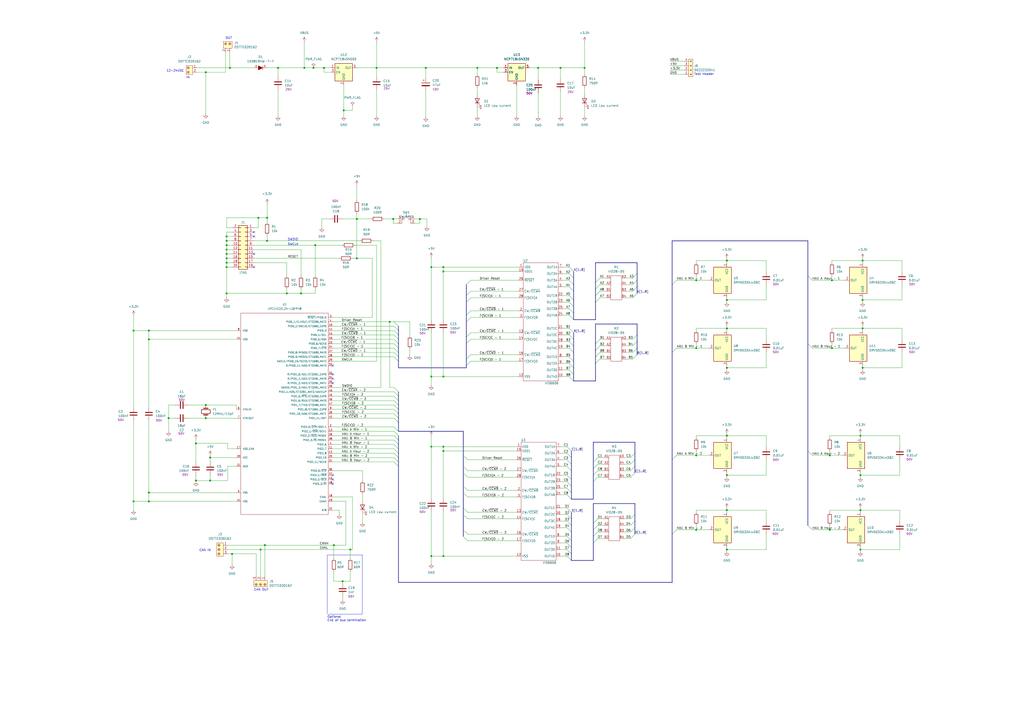
<source format=kicad_sch>
(kicad_sch (version 20230121) (generator eeschema)
  (paper "A2")
  (junction (at 207.01 149.86))
  (junction (at 149.86 126.365))
  (junction (at 86.36 191.77))
  (junction (at 134.62 321.31))
  (junction (at 421.64 173.99))
  (junction (at 421.64 295.91))
  (junction (at 276.86 39.37))
  (junction (at 131.445 144.78))
  (junction (at 482.6 201.93))
  (junction (at 113.665 278.765))
  (junction (at 218.44 39.37))
  (junction (at 481.33 307.34))
  (junction (at 198.755 337.185))
  (junction (at 174.625 170.18))
  (junction (at 166.37 170.18))
  (junction (at 86.36 290.83))
  (junction (at 421.64 275.59))
  (junction (at 481.33 264.16))
  (junction (at 77.47 290.83))
  (junction (at 257.175 259.08))
  (junction (at 421.64 252.73))
  (junction (at 247.015 39.37))
  (junction (at 193.675 316.23))
  (junction (at 228.092 127))
  (junction (at 403.86 264.16))
  (junction (at 121.92 278.765))
  (junction (at 500.38 173.99))
  (junction (at 499.11 252.73))
  (junction (at 181.864 39.37))
  (junction (at 207.01 127))
  (junction (at 119.38 242.57))
  (junction (at 288.29 39.37))
  (junction (at 131.445 147.32))
  (junction (at 131.445 137.16))
  (junction (at 86.36 285.75))
  (junction (at 421.64 151.13))
  (junction (at 403.86 307.34))
  (junction (at 500.38 151.13))
  (junction (at 77.47 191.77))
  (junction (at 250.19 322.58))
  (junction (at 499.11 318.77))
  (junction (at 421.64 190.5))
  (junction (at 257.175 261.62))
  (junction (at 113.665 257.175))
  (junction (at 500.38 213.36))
  (junction (at 500.38 190.5))
  (junction (at 154.94 126.365))
  (junction (at 131.445 152.4))
  (junction (at 403.86 201.93))
  (junction (at 176.53 39.37))
  (junction (at 226.06 186.69))
  (junction (at 131.445 154.94))
  (junction (at 153.67 316.23))
  (junction (at 133.35 39.37))
  (junction (at 257.175 218.44))
  (junction (at 199.39 64.008))
  (junction (at 339.09 39.37))
  (junction (at 243.586 127))
  (junction (at 421.64 213.36))
  (junction (at 151.13 318.77))
  (junction (at 257.175 157.48))
  (junction (at 482.6 162.56))
  (junction (at 182.88 142.24))
  (junction (at 312.166 39.37))
  (junction (at 131.445 142.24))
  (junction (at 119.38 41.91))
  (junction (at 250.19 154.94))
  (junction (at 119.38 234.95))
  (junction (at 86.36 196.85))
  (junction (at 250.19 218.44))
  (junction (at 187.96 39.37))
  (junction (at 97.79 242.57))
  (junction (at 154.94 139.7))
  (junction (at 121.92 265.43))
  (junction (at 257.175 154.94))
  (junction (at 203.2 318.77))
  (junction (at 499.11 295.91))
  (junction (at 161.29 39.37))
  (junction (at 131.445 149.86))
  (junction (at 421.64 318.77))
  (junction (at 499.11 275.59))
  (junction (at 257.175 322.58))
  (junction (at 131.445 170.18))
  (junction (at 250.19 259.08))
  (junction (at 403.86 162.56))
  (junction (at 325.12 39.37))
  (junction (at 131.445 139.7))
  (no_connect (at 193.04 278.13))
  (no_connect (at 193.04 275.59))
  (no_connect (at 147.32 147.32))
  (no_connect (at 147.32 154.94))
  (no_connect (at 147.32 134.62))
  (no_connect (at 147.32 137.16))
  (no_connect (at 193.04 222.25))
  (no_connect (at 193.04 212.09))
  (no_connect (at 193.04 217.17))
  (no_connect (at 193.04 219.71))
  (no_connect (at 193.04 280.67))
  (bus_entry (at 228.6 224.79) (size 2.54 2.54))
  (bus_entry (at 365.76 312.42) (size 2.54 -2.54))
  (bus_entry (at 330.2 175.26) (size 2.54 2.54))
  (bus_entry (at 344.17 314.96) (size 2.54 -2.54))
  (bus_entry (at 328.93 283.21) (size 2.54 2.54))
  (bus_entry (at 344.17 275.59) (size 2.54 -2.54))
  (bus_entry (at 344.17 279.4) (size 2.54 -2.54))
  (bus_entry (at 344.17 267.97) (size 2.54 -2.54))
  (bus_entry (at 344.17 271.78) (size 2.54 -2.54))
  (bus_entry (at 365.76 276.86) (size 2.54 -2.54))
  (bus_entry (at 330.2 166.37) (size 2.54 2.54))
  (bus_entry (at 228.6 229.87) (size 2.54 2.54))
  (bus_entry (at 330.2 190.5) (size 2.54 2.54))
  (bus_entry (at 268.732 264.16) (size 2.54 2.54))
  (bus_entry (at 228.6 227.33) (size 2.54 2.54))
  (bus_entry (at 344.17 307.34) (size 2.54 -2.54))
  (bus_entry (at 328.93 262.89) (size 2.54 2.54))
  (bus_entry (at 328.93 270.51) (size 2.54 2.54))
  (bus_entry (at 328.93 266.7) (size 2.54 2.54))
  (bus_entry (at 328.93 259.08) (size 2.54 2.54))
  (bus_entry (at 228.6 240.03) (size 2.54 2.54))
  (bus_entry (at 328.93 287.02) (size 2.54 2.54))
  (bus_entry (at 468.63 160.02) (size 2.54 2.54))
  (bus_entry (at 228.6 234.95) (size 2.54 2.54))
  (bus_entry (at 345.44 210.82) (size 2.54 -2.54))
  (bus_entry (at 468.63 261.62) (size 2.54 2.54))
  (bus_entry (at 328.93 311.15) (size 2.54 2.54))
  (bus_entry (at 328.93 298.45) (size 2.54 2.54))
  (bus_entry (at 330.2 201.93) (size 2.54 2.54))
  (bus_entry (at 330.2 214.63) (size 2.54 2.54))
  (bus_entry (at 365.76 265.43) (size 2.54 -2.54))
  (bus_entry (at 328.93 302.26) (size 2.54 2.54))
  (bus_entry (at 268.732 285.75) (size 2.54 2.54))
  (bus_entry (at 365.76 273.05) (size 2.54 -2.54))
  (bus_entry (at 328.93 294.64) (size 2.54 2.54))
  (bus_entry (at 365.76 269.24) (size 2.54 -2.54))
  (bus_entry (at 330.2 210.82) (size 2.54 2.54))
  (bus_entry (at 330.2 207.01) (size 2.54 2.54))
  (bus_entry (at 365.76 304.8) (size 2.54 -2.54))
  (bus_entry (at 330.2 162.56) (size 2.54 2.54))
  (bus_entry (at 228.6 232.41) (size 2.54 2.54))
  (bus_entry (at 268.732 294.64) (size 2.54 2.54))
  (bus_entry (at 344.17 311.15) (size 2.54 -2.54))
  (bus_entry (at 228.6 250.19) (size 2.54 2.54))
  (bus_entry (at 268.732 281.94) (size 2.54 2.54))
  (bus_entry (at 328.93 318.77) (size 2.54 2.54))
  (bus_entry (at 345.44 207.01) (size 2.54 -2.54))
  (bus_entry (at 268.732 298.45) (size 2.54 2.54))
  (bus_entry (at 328.93 306.07) (size 2.54 2.54))
  (bus_entry (at 330.2 171.45) (size 2.54 2.54))
  (bus_entry (at 268.732 274.32) (size 2.54 2.54))
  (bus_entry (at 328.93 279.4) (size 2.54 2.54))
  (bus_entry (at 228.6 237.49) (size 2.54 2.54))
  (bus_entry (at 345.44 203.2) (size 2.54 -2.54))
  (bus_entry (at 330.2 198.12) (size 2.54 2.54))
  (bus_entry (at 345.44 199.39) (size 2.54 -2.54))
  (bus_entry (at 330.2 218.44) (size 2.54 2.54))
  (bus_entry (at 468.63 199.39) (size 2.54 2.54))
  (bus_entry (at 330.2 179.07) (size 2.54 2.54))
  (bus_entry (at 330.2 182.88) (size 2.54 2.54))
  (bus_entry (at 345.44 163.83) (size 2.54 -2.54))
  (bus_entry (at 345.44 175.26) (size 2.54 -2.54))
  (bus_entry (at 345.44 167.64) (size 2.54 -2.54))
  (bus_entry (at 345.44 171.45) (size 2.54 -2.54))
  (bus_entry (at 367.03 204.47) (size 2.54 -2.54))
  (bus_entry (at 367.03 208.28) (size 2.54 -2.54))
  (bus_entry (at 367.03 196.85) (size 2.54 -2.54))
  (bus_entry (at 367.03 200.66) (size 2.54 -2.54))
  (bus_entry (at 367.03 168.91) (size 2.54 -2.54))
  (bus_entry (at 468.63 304.8) (size 2.54 2.54))
  (bus_entry (at 268.732 311.15) (size 2.54 2.54))
  (bus_entry (at 328.93 322.58) (size 2.54 2.54))
  (bus_entry (at 367.03 165.1) (size 2.54 -2.54))
  (bus_entry (at 365.76 308.61) (size 2.54 -2.54))
  (bus_entry (at 328.93 314.96) (size 2.54 2.54))
  (bus_entry (at 330.2 154.94) (size 2.54 2.54))
  (bus_entry (at 330.2 194.31) (size 2.54 2.54))
  (bus_entry (at 389.89 204.47) (size 2.54 -2.54))
  (bus_entry (at 389.89 165.1) (size 2.54 -2.54))
  (bus_entry (at 389.89 266.7) (size 2.54 -2.54))
  (bus_entry (at 389.89 309.88) (size 2.54 -2.54))
  (bus_entry (at 228.6 252.73) (size 2.54 2.54))
  (bus_entry (at 228.6 255.27) (size 2.54 2.54))
  (bus_entry (at 228.6 262.89) (size 2.54 2.54))
  (bus_entry (at 228.6 257.81) (size 2.54 2.54))
  (bus_entry (at 228.6 260.35) (size 2.54 2.54))
  (bus_entry (at 228.6 265.43) (size 2.54 2.54))
  (bus_entry (at 228.6 267.97) (size 2.54 2.54))
  (bus_entry (at 344.17 303.53) (size 2.54 -2.54))
  (bus_entry (at 330.2 158.75) (size 2.54 2.54))
  (bus_entry (at 367.03 161.29) (size 2.54 -2.54))
  (bus_entry (at 270.51 195.58) (size 2.54 -2.54))
  (bus_entry (at 270.51 186.69) (size 2.54 -2.54))
  (bus_entry (at 270.51 182.88) (size 2.54 -2.54))
  (bus_entry (at 270.51 212.09) (size 2.54 -2.54))
  (bus_entry (at 270.51 199.39) (size 2.54 -2.54))
  (bus_entry (at 270.51 208.28) (size 2.54 -2.54))
  (bus_entry (at 270.51 175.26) (size 2.54 -2.54))
  (bus_entry (at 270.51 165.1) (size 2.54 -2.54))
  (bus_entry (at 270.51 171.45) (size 2.54 -2.54))
  (bus_entry (at 228.6 196.85) (size 2.54 2.54))
  (bus_entry (at 228.6 199.39) (size 2.54 2.54))
  (bus_entry (at 228.6 201.93) (size 2.54 2.54))
  (bus_entry (at 228.6 204.47) (size 2.54 2.54))
  (bus_entry (at 228.6 207.01) (size 2.54 2.54))
  (bus_entry (at 228.6 194.31) (size 2.54 2.54))
  (bus_entry (at 228.6 191.77) (size 2.54 2.54))
  (bus_entry (at 228.6 189.23) (size 2.54 2.54))
  (bus_entry (at 365.76 300.99) (size 2.54 -2.54))
  (bus_entry (at 228.6 247.65) (size 2.54 2.54))
  (bus_entry (at 228.6 186.69) (size 2.54 2.54))
  (bus_entry (at 328.93 275.59) (size 2.54 2.54))
  (bus_entry (at 367.03 172.72) (size 2.54 -2.54))
  (bus_entry (at 228.6 242.57) (size 2.54 2.54))
  (bus_entry (at 268.732 307.34) (size 2.54 2.54))
  (bus_entry (at 268.732 270.51) (size 2.54 2.54))
  (wire (pts (xy 151.13 318.77) (xy 203.2 318.77)))
  (wire (pts (xy 132.08 270.51) (xy 137.16 270.51)))
  (bus (pts (xy 344.17 267.97) (xy 344.17 271.78)))
  (wire (pts (xy 193.675 331.47) (xy 193.675 337.185)))
  (wire (pts (xy 403.86 295.91) (xy 421.64 295.91)))
  (wire (pts (xy 203.2 318.77) (xy 203.2 323.85)))
  (polyline (pts (xy 210.185 356.235) (xy 190.5 356.235)))
  (wire (pts (xy 471.17 201.93) (xy 482.6 201.93)))
  (wire (pts (xy 216.408 139.7) (xy 220.98 139.7)))
  (wire (pts (xy 182.88 170.18) (xy 174.625 170.18)))
  (wire (pts (xy 499.11 252.73) (xy 499.11 254)))
  (wire (pts (xy 421.64 275.59) (xy 421.64 276.86)))
  (wire (pts (xy 500.38 173.99) (xy 500.38 175.26)))
  (wire (pts (xy 403.86 151.13) (xy 421.64 151.13)))
  (wire (pts (xy 271.272 273.05) (xy 299.72 273.05)))
  (bus (pts (xy 231.14 242.57) (xy 231.14 245.11)))
  (wire (pts (xy 193.04 237.49) (xy 228.6 237.49)))
  (bus (pts (xy 369.57 158.75) (xy 369.57 162.56)))
  (wire (pts (xy 131.445 142.24) (xy 131.445 144.78)))
  (wire (pts (xy 132.08 316.23) (xy 153.67 316.23)))
  (wire (pts (xy 403.86 261.62) (xy 403.86 264.16)))
  (wire (pts (xy 325.12 53.34) (xy 325.12 67.31)))
  (bus (pts (xy 332.74 220.98) (xy 345.44 220.98)))
  (wire (pts (xy 166.37 167.64) (xy 166.37 170.18)))
  (bus (pts (xy 270.51 171.45) (xy 270.51 175.26)))
  (bus (pts (xy 468.63 139.7) (xy 468.63 160.02)))
  (wire (pts (xy 200.66 290.83) (xy 200.66 316.23)))
  (wire (pts (xy 523.24 204.47) (xy 523.24 213.36)))
  (wire (pts (xy 326.39 175.26) (xy 330.2 175.26)))
  (wire (pts (xy 326.39 201.93) (xy 330.2 201.93)))
  (wire (pts (xy 132.08 321.31) (xy 134.62 321.31)))
  (bus (pts (xy 268.732 285.75) (xy 268.732 294.64)))
  (wire (pts (xy 276.86 39.37) (xy 288.29 39.37)))
  (wire (pts (xy 403.86 160.02) (xy 403.86 162.56)))
  (bus (pts (xy 344.17 271.78) (xy 344.17 275.59)))
  (wire (pts (xy 312.166 53.848) (xy 312.166 67.564)))
  (wire (pts (xy 199.39 49.53) (xy 199.39 64.008)))
  (wire (pts (xy 271.272 309.88) (xy 299.72 309.88)))
  (wire (pts (xy 130.81 41.91) (xy 119.38 41.91)))
  (wire (pts (xy 131.445 126.365) (xy 149.86 126.365)))
  (wire (pts (xy 444.5 165.1) (xy 444.5 173.99)))
  (bus (pts (xy 368.3 256.54) (xy 368.3 262.89)))
  (wire (pts (xy 347.98 168.91) (xy 351.79 168.91)))
  (wire (pts (xy 403.86 252.73) (xy 403.86 254)))
  (wire (pts (xy 198.755 337.185) (xy 203.2 337.185)))
  (wire (pts (xy 482.6 199.39) (xy 482.6 201.93)))
  (bus (pts (xy 331.47 308.61) (xy 331.47 313.69)))
  (wire (pts (xy 388.62 35.56) (xy 396.875 35.56)))
  (wire (pts (xy 114.3 41.91) (xy 119.38 41.91)))
  (wire (pts (xy 204.47 61.722) (xy 204.47 64.008)))
  (wire (pts (xy 101.6 234.95) (xy 97.79 234.95)))
  (bus (pts (xy 231.14 337.82) (xy 389.89 337.82)))
  (wire (pts (xy 361.95 308.61) (xy 365.76 308.61)))
  (wire (pts (xy 77.47 243.84) (xy 77.47 290.83)))
  (bus (pts (xy 344.17 314.96) (xy 344.17 311.15)))
  (wire (pts (xy 186.69 127) (xy 186.69 132.08)))
  (bus (pts (xy 344.17 292.1) (xy 344.17 303.53)))
  (wire (pts (xy 210.312 297.942) (xy 210.312 303.022)))
  (wire (pts (xy 482.6 162.56) (xy 490.22 162.56)))
  (wire (pts (xy 499.11 294.64) (xy 499.11 295.91)))
  (wire (pts (xy 131.445 134.62) (xy 131.445 137.16)))
  (wire (pts (xy 131.445 147.32) (xy 134.62 147.32)))
  (bus (pts (xy 231.14 237.49) (xy 231.14 240.03)))
  (bus (pts (xy 389.89 204.47) (xy 389.89 266.7)))
  (wire (pts (xy 207.01 107.315) (xy 207.01 116.205)))
  (wire (pts (xy 481.33 252.73) (xy 481.33 254)))
  (polyline (pts (xy 189.865 321.945) (xy 210.185 321.945)))
  (wire (pts (xy 134.62 132.08) (xy 131.445 132.08)))
  (wire (pts (xy 471.17 264.16) (xy 481.33 264.16)))
  (wire (pts (xy 193.04 232.41) (xy 228.6 232.41)))
  (wire (pts (xy 154.94 139.7) (xy 208.788 139.7)))
  (bus (pts (xy 231.14 227.33) (xy 231.14 229.87)))
  (wire (pts (xy 203.2 318.77) (xy 204.47 318.77)))
  (wire (pts (xy 149.86 132.08) (xy 149.86 126.365)))
  (wire (pts (xy 444.5 309.88) (xy 444.5 318.77)))
  (wire (pts (xy 132.08 257.175) (xy 132.08 260.35)))
  (bus (pts (xy 231.14 189.23) (xy 231.14 191.77)))
  (wire (pts (xy 174.625 170.18) (xy 166.37 170.18)))
  (wire (pts (xy 97.79 234.95) (xy 97.79 242.57)))
  (bus (pts (xy 331.47 304.8) (xy 331.47 308.61)))
  (bus (pts (xy 332.74 168.91) (xy 332.74 173.99)))
  (bus (pts (xy 231.14 199.39) (xy 231.14 201.93)))
  (wire (pts (xy 205.994 142.24) (xy 218.44 142.24)))
  (wire (pts (xy 325.12 287.02) (xy 328.93 287.02)))
  (wire (pts (xy 444.5 213.36) (xy 421.64 213.36)))
  (wire (pts (xy 361.95 304.8) (xy 365.76 304.8)))
  (bus (pts (xy 368.3 270.51) (xy 368.3 274.32)))
  (wire (pts (xy 361.95 273.05) (xy 365.76 273.05)))
  (wire (pts (xy 481.33 264.16) (xy 488.95 264.16)))
  (wire (pts (xy 361.95 265.43) (xy 365.76 265.43)))
  (wire (pts (xy 363.22 196.85) (xy 367.03 196.85)))
  (wire (pts (xy 521.97 309.88) (xy 521.97 318.77)))
  (wire (pts (xy 134.62 134.62) (xy 131.445 134.62)))
  (bus (pts (xy 345.44 187.96) (xy 345.44 199.39)))
  (bus (pts (xy 231.14 240.03) (xy 231.14 242.57)))
  (bus (pts (xy 270.51 165.1) (xy 270.51 171.45)))
  (wire (pts (xy 257.175 259.08) (xy 299.72 259.08)))
  (wire (pts (xy 193.04 194.31) (xy 228.6 194.31)))
  (bus (pts (xy 345.44 185.42) (xy 345.44 175.26)))
  (polyline (pts (xy 189.865 321.945) (xy 189.865 356.235)))
  (wire (pts (xy 218.44 24.13) (xy 218.44 39.37)))
  (wire (pts (xy 403.86 162.56) (xy 411.48 162.56)))
  (wire (pts (xy 77.47 182.88) (xy 77.47 191.77)))
  (wire (pts (xy 403.86 307.34) (xy 411.48 307.34)))
  (wire (pts (xy 444.5 266.7) (xy 444.5 275.59)))
  (bus (pts (xy 332.74 209.55) (xy 332.74 213.36)))
  (bus (pts (xy 268.732 281.94) (xy 268.732 285.75)))
  (wire (pts (xy 226.06 186.69) (xy 228.6 186.69)))
  (wire (pts (xy 325.12 311.15) (xy 328.93 311.15)))
  (wire (pts (xy 77.47 290.83) (xy 86.36 290.83)))
  (wire (pts (xy 481.33 307.34) (xy 488.95 307.34)))
  (bus (pts (xy 231.14 207.01) (xy 231.14 209.55)))
  (wire (pts (xy 257.175 193.04) (xy 257.175 218.44)))
  (bus (pts (xy 331.47 321.31) (xy 331.47 325.12)))
  (wire (pts (xy 482.6 160.02) (xy 482.6 162.56)))
  (wire (pts (xy 326.39 198.12) (xy 330.2 198.12)))
  (wire (pts (xy 326.39 171.45) (xy 330.2 171.45)))
  (bus (pts (xy 368.3 292.1) (xy 368.3 298.45)))
  (wire (pts (xy 250.19 252.73) (xy 250.19 259.08)))
  (wire (pts (xy 193.675 337.185) (xy 198.755 337.185)))
  (wire (pts (xy 307.34 39.37) (xy 312.166 39.37)))
  (wire (pts (xy 325.12 294.64) (xy 328.93 294.64)))
  (wire (pts (xy 325.12 262.89) (xy 328.93 262.89)))
  (wire (pts (xy 133.35 39.37) (xy 147.32 39.37)))
  (wire (pts (xy 361.95 269.24) (xy 365.76 269.24)))
  (bus (pts (xy 345.44 167.64) (xy 345.44 171.45)))
  (wire (pts (xy 193.675 316.23) (xy 193.675 323.85)))
  (bus (pts (xy 268.732 307.34) (xy 268.732 311.15)))
  (wire (pts (xy 444.5 259.08) (xy 444.5 252.73)))
  (bus (pts (xy 345.44 187.96) (xy 369.57 187.96)))
  (wire (pts (xy 210.312 286.512) (xy 210.312 290.322)))
  (wire (pts (xy 86.36 191.77) (xy 137.16 191.77)))
  (wire (pts (xy 257.175 261.62) (xy 299.72 261.62)))
  (bus (pts (xy 345.44 220.98) (xy 345.44 210.82)))
  (wire (pts (xy 421.64 212.09) (xy 421.64 213.36)))
  (wire (pts (xy 288.29 41.91) (xy 288.29 39.37)))
  (wire (pts (xy 134.62 321.31) (xy 134.62 327.66)))
  (wire (pts (xy 403.86 295.91) (xy 403.86 297.18)))
  (wire (pts (xy 176.53 24.13) (xy 176.53 39.37)))
  (wire (pts (xy 250.19 218.44) (xy 257.175 218.44)))
  (wire (pts (xy 109.22 242.57) (xy 119.38 242.57)))
  (bus (pts (xy 231.14 262.89) (xy 231.14 265.43)))
  (wire (pts (xy 193.04 255.27) (xy 228.6 255.27)))
  (wire (pts (xy 388.62 40.64) (xy 396.875 40.64)))
  (wire (pts (xy 421.64 251.46) (xy 421.64 252.73)))
  (wire (pts (xy 218.44 52.07) (xy 218.44 67.31)))
  (wire (pts (xy 119.38 41.91) (xy 119.38 66.04)))
  (wire (pts (xy 131.445 132.08) (xy 131.445 126.365)))
  (bus (pts (xy 344.17 307.34) (xy 344.17 311.15)))
  (wire (pts (xy 131.445 170.18) (xy 131.445 172.72)))
  (wire (pts (xy 131.445 137.16) (xy 131.445 139.7)))
  (bus (pts (xy 331.47 317.5) (xy 331.47 321.31)))
  (wire (pts (xy 482.6 151.13) (xy 500.38 151.13)))
  (wire (pts (xy 147.32 152.4) (xy 166.37 152.4)))
  (wire (pts (xy 521.97 302.26) (xy 521.97 295.91)))
  (wire (pts (xy 137.16 196.85) (xy 86.36 196.85)))
  (wire (pts (xy 482.6 151.13) (xy 482.6 152.4)))
  (wire (pts (xy 392.43 264.16) (xy 403.86 264.16)))
  (wire (pts (xy 363.22 165.1) (xy 367.03 165.1)))
  (wire (pts (xy 250.19 259.08) (xy 250.19 288.925)))
  (wire (pts (xy 444.5 275.59) (xy 421.64 275.59)))
  (wire (pts (xy 300.99 157.48) (xy 257.175 157.48)))
  (wire (pts (xy 250.19 296.545) (xy 250.19 322.58)))
  (wire (pts (xy 421.64 189.23) (xy 421.64 190.5)))
  (wire (pts (xy 222.758 127) (xy 228.092 127)))
  (bus (pts (xy 270.51 186.69) (xy 270.51 195.58)))
  (wire (pts (xy 346.71 308.61) (xy 350.52 308.61)))
  (wire (pts (xy 250.19 322.58) (xy 257.175 322.58)))
  (wire (pts (xy 273.05 168.91) (xy 300.99 168.91)))
  (wire (pts (xy 326.39 182.88) (xy 330.2 182.88)))
  (wire (pts (xy 499.11 275.59) (xy 499.11 276.86)))
  (wire (pts (xy 257.175 154.94) (xy 250.19 154.94)))
  (wire (pts (xy 131.445 142.24) (xy 134.62 142.24)))
  (bus (pts (xy 331.47 325.12) (xy 344.17 325.12)))
  (wire (pts (xy 131.445 139.7) (xy 134.62 139.7)))
  (bus (pts (xy 270.51 195.58) (xy 270.51 199.39)))
  (wire (pts (xy 131.445 149.86) (xy 131.445 152.4)))
  (wire (pts (xy 131.445 154.94) (xy 131.445 170.18)))
  (wire (pts (xy 193.04 191.77) (xy 228.6 191.77)))
  (wire (pts (xy 363.22 161.29) (xy 367.03 161.29)))
  (wire (pts (xy 193.04 257.81) (xy 228.6 257.81)))
  (bus (pts (xy 231.14 255.27) (xy 231.14 257.81)))
  (wire (pts (xy 193.04 262.89) (xy 228.6 262.89)))
  (wire (pts (xy 193.04 252.73) (xy 228.6 252.73)))
  (wire (pts (xy 388.62 38.1) (xy 396.875 38.1)))
  (wire (pts (xy 363.22 172.72) (xy 367.03 172.72)))
  (wire (pts (xy 86.36 196.85) (xy 86.36 236.22)))
  (bus (pts (xy 331.47 273.05) (xy 331.47 278.13)))
  (wire (pts (xy 149.86 132.08) (xy 147.32 132.08)))
  (wire (pts (xy 218.44 39.37) (xy 218.44 44.45)))
  (wire (pts (xy 421.64 172.72) (xy 421.64 173.99)))
  (wire (pts (xy 326.39 210.82) (xy 330.2 210.82)))
  (wire (pts (xy 121.92 265.43) (xy 137.16 265.43)))
  (wire (pts (xy 191.135 127) (xy 186.69 127)))
  (bus (pts (xy 270.51 212.09) (xy 270.51 213.36)))
  (bus (pts (xy 231.14 234.95) (xy 231.14 237.49)))
  (wire (pts (xy 137.16 242.57) (xy 119.38 242.57)))
  (wire (pts (xy 363.22 200.66) (xy 367.03 200.66)))
  (wire (pts (xy 403.86 264.16) (xy 411.48 264.16)))
  (wire (pts (xy 326.39 194.31) (xy 330.2 194.31)))
  (wire (pts (xy 361.95 300.99) (xy 365.76 300.99)))
  (bus (pts (xy 331.47 281.94) (xy 331.47 285.75)))
  (wire (pts (xy 325.12 266.7) (xy 328.93 266.7)))
  (wire (pts (xy 121.92 278.765) (xy 132.08 278.765)))
  (wire (pts (xy 257.175 322.58) (xy 299.72 322.58)))
  (bus (pts (xy 344.17 275.59) (xy 344.17 279.4)))
  (bus (pts (xy 345.44 210.82) (xy 345.44 207.01)))
  (bus (pts (xy 345.44 152.4) (xy 345.44 163.83)))
  (wire (pts (xy 271.272 276.86) (xy 299.72 276.86)))
  (bus (pts (xy 369.57 194.31) (xy 369.57 198.12)))
  (wire (pts (xy 312.166 39.37) (xy 325.12 39.37)))
  (bus (pts (xy 389.89 165.1) (xy 389.89 204.47)))
  (wire (pts (xy 121.92 278.765) (xy 121.92 275.59)))
  (wire (pts (xy 288.29 39.37) (xy 292.1 39.37)))
  (wire (pts (xy 77.47 290.83) (xy 77.47 295.91)))
  (wire (pts (xy 326.39 179.07) (xy 330.2 179.07)))
  (bus (pts (xy 468.63 199.39) (xy 468.63 261.62)))
  (wire (pts (xy 339.09 24.13) (xy 339.09 39.37)))
  (bus (pts (xy 332.74 185.42) (xy 345.44 185.42)))
  (wire (pts (xy 300.99 154.94) (xy 257.175 154.94)))
  (wire (pts (xy 347.98 172.72) (xy 351.79 172.72)))
  (wire (pts (xy 193.04 234.95) (xy 228.6 234.95)))
  (wire (pts (xy 240.792 129.54) (xy 243.586 129.54)))
  (wire (pts (xy 403.86 151.13) (xy 403.86 152.4)))
  (wire (pts (xy 193.04 273.05) (xy 210.312 273.05)))
  (wire (pts (xy 421.64 252.73) (xy 421.64 254)))
  (bus (pts (xy 344.17 325.12) (xy 344.17 314.96)))
  (wire (pts (xy 271.272 288.29) (xy 299.72 288.29)))
  (wire (pts (xy 499.11 275.59) (xy 499.11 274.32)))
  (bus (pts (xy 331.47 313.69) (xy 331.47 317.5)))
  (bus (pts (xy 369.57 201.93) (xy 369.57 205.74)))
  (wire (pts (xy 247.015 39.37) (xy 247.015 45.085)))
  (wire (pts (xy 131.445 152.4) (xy 131.445 154.94)))
  (wire (pts (xy 481.33 304.8) (xy 481.33 307.34)))
  (bus (pts (xy 368.3 298.45) (xy 368.3 302.26)))
  (bus (pts (xy 332.74 177.8) (xy 332.74 181.61)))
  (wire (pts (xy 193.04 229.87) (xy 228.6 229.87)))
  (wire (pts (xy 276.86 39.37) (xy 276.86 43.18)))
  (bus (pts (xy 332.74 196.85) (xy 332.74 200.66)))
  (wire (pts (xy 86.36 196.85) (xy 86.36 191.77)))
  (wire (pts (xy 481.33 261.62) (xy 481.33 264.16)))
  (wire (pts (xy 131.445 170.18) (xy 166.37 170.18)))
  (wire (pts (xy 133.35 30.48) (xy 133.35 39.37)))
  (wire (pts (xy 207.01 123.825) (xy 207.01 127)))
  (bus (pts (xy 345.44 175.26) (xy 345.44 171.45)))
  (wire (pts (xy 204.47 288.29) (xy 204.47 318.77)))
  (bus (pts (xy 332.74 165.1) (xy 332.74 168.91)))
  (wire (pts (xy 207.01 39.37) (xy 218.44 39.37)))
  (wire (pts (xy 131.445 154.94) (xy 134.62 154.94)))
  (wire (pts (xy 176.53 39.37) (xy 181.864 39.37)))
  (wire (pts (xy 444.5 204.47) (xy 444.5 213.36)))
  (wire (pts (xy 444.5 302.26) (xy 444.5 295.91)))
  (wire (pts (xy 346.71 304.8) (xy 350.52 304.8)))
  (wire (pts (xy 273.05 205.74) (xy 300.99 205.74)))
  (wire (pts (xy 226.06 186.69) (xy 226.06 224.79)))
  (wire (pts (xy 403.86 199.39) (xy 403.86 201.93)))
  (wire (pts (xy 421.64 213.36) (xy 421.64 214.63)))
  (wire (pts (xy 326.39 207.01) (xy 330.2 207.01)))
  (wire (pts (xy 250.19 149.225) (xy 250.19 154.94)))
  (wire (pts (xy 132.08 318.77) (xy 151.13 318.77)))
  (wire (pts (xy 444.5 190.5) (xy 421.64 190.5)))
  (wire (pts (xy 86.36 191.77) (xy 77.47 191.77)))
  (wire (pts (xy 325.12 270.51) (xy 328.93 270.51)))
  (bus (pts (xy 389.89 266.7) (xy 389.89 309.88)))
  (wire (pts (xy 521.97 266.7) (xy 521.97 275.59)))
  (wire (pts (xy 521.97 295.91) (xy 499.11 295.91)))
  (bus (pts (xy 270.51 182.88) (xy 270.51 186.69)))
  (wire (pts (xy 250.19 218.44) (xy 250.19 223.52)))
  (bus (pts (xy 331.47 273.05) (xy 331.47 269.24)))
  (wire (pts (xy 325.12 302.26) (xy 328.93 302.26)))
  (wire (pts (xy 193.04 265.43) (xy 228.6 265.43)))
  (wire (pts (xy 326.39 162.56) (xy 330.2 162.56)))
  (bus (pts (xy 270.51 175.26) (xy 270.51 182.88)))
  (wire (pts (xy 346.71 269.24) (xy 350.52 269.24)))
  (wire (pts (xy 325.12 275.59) (xy 328.93 275.59)))
  (wire (pts (xy 403.86 201.93) (xy 411.48 201.93)))
  (wire (pts (xy 325.12 279.4) (xy 328.93 279.4)))
  (wire (pts (xy 325.12 306.07) (xy 328.93 306.07)))
  (wire (pts (xy 346.71 276.86) (xy 350.52 276.86)))
  (bus (pts (xy 369.57 198.12) (xy 369.57 201.93)))
  (wire (pts (xy 113.665 275.59) (xy 113.665 278.765)))
  (bus (pts (xy 332.74 204.47) (xy 332.74 209.55)))
  (wire (pts (xy 113.665 257.175) (xy 113.665 267.97)))
  (wire (pts (xy 250.19 154.94) (xy 250.19 185.42)))
  (bus (pts (xy 332.74 193.04) (xy 332.74 196.85)))
  (bus (pts (xy 331.47 285.75) (xy 331.47 289.56)))
  (wire (pts (xy 147.32 142.24) (xy 182.88 142.24)))
  (wire (pts (xy 403.86 252.73) (xy 421.64 252.73)))
  (wire (pts (xy 312.166 39.37) (xy 312.166 46.228)))
  (wire (pts (xy 392.43 162.56) (xy 403.86 162.56)))
  (wire (pts (xy 347.98 165.1) (xy 351.79 165.1)))
  (wire (pts (xy 271.272 313.69) (xy 299.72 313.69)))
  (bus (pts (xy 331.47 300.99) (xy 331.47 304.8)))
  (bus (pts (xy 231.14 265.43) (xy 231.14 267.97)))
  (wire (pts (xy 199.39 64.008) (xy 199.39 67.31)))
  (bus (pts (xy 332.74 161.29) (xy 332.74 165.1)))
  (wire (pts (xy 403.86 190.5) (xy 421.64 190.5)))
  (wire (pts (xy 325.12 298.45) (xy 328.93 298.45)))
  (wire (pts (xy 363.22 204.47) (xy 367.03 204.47)))
  (bus (pts (xy 468.63 261.62) (xy 468.63 304.8)))
  (wire (pts (xy 421.64 318.77) (xy 421.64 320.04)))
  (bus (pts (xy 231.14 232.41) (xy 231.14 234.95)))
  (wire (pts (xy 326.39 166.37) (xy 330.2 166.37)))
  (wire (pts (xy 326.39 154.94) (xy 330.2 154.94)))
  (wire (pts (xy 193.04 186.69) (xy 226.06 186.69)))
  (wire (pts (xy 325.12 39.37) (xy 325.12 45.72)))
  (wire (pts (xy 257.175 261.62) (xy 257.175 288.925)))
  (bus (pts (xy 345.44 203.2) (xy 345.44 207.01)))
  (wire (pts (xy 347.98 200.66) (xy 351.79 200.66)))
  (bus (pts (xy 332.74 200.66) (xy 332.74 204.47)))
  (wire (pts (xy 444.5 157.48) (xy 444.5 151.13)))
  (bus (pts (xy 331.47 289.56) (xy 344.17 289.56)))
  (wire (pts (xy 347.98 196.85) (xy 351.79 196.85)))
  (wire (pts (xy 193.04 250.19) (xy 228.6 250.19)))
  (bus (pts (xy 344.17 256.54) (xy 368.3 256.54)))
  (wire (pts (xy 174.625 144.78) (xy 174.625 160.02)))
  (wire (pts (xy 174.625 167.64) (xy 174.625 170.18)))
  (bus (pts (xy 270.51 208.28) (xy 270.51 212.09)))
  (wire (pts (xy 273.05 162.56) (xy 300.99 162.56)))
  (wire (pts (xy 204.47 149.86) (xy 207.01 149.86)))
  (bus (pts (xy 231.14 191.77) (xy 231.14 194.31)))
  (bus (pts (xy 231.14 209.55) (xy 231.14 213.36)))
  (wire (pts (xy 153.67 316.23) (xy 193.675 316.23)))
  (wire (pts (xy 481.33 252.73) (xy 499.11 252.73)))
  (wire (pts (xy 500.38 189.23) (xy 500.38 190.5)))
  (wire (pts (xy 471.17 307.34) (xy 481.33 307.34)))
  (wire (pts (xy 421.64 274.32) (xy 421.64 275.59)))
  (wire (pts (xy 182.88 142.24) (xy 182.88 160.02)))
  (wire (pts (xy 421.64 190.5) (xy 421.64 191.77)))
  (wire (pts (xy 363.22 168.91) (xy 367.03 168.91)))
  (bus (pts (xy 268.732 294.64) (xy 268.732 298.45)))
  (wire (pts (xy 250.19 193.04) (xy 250.19 218.44)))
  (wire (pts (xy 77.47 191.77) (xy 77.47 236.22)))
  (wire (pts (xy 228.6 186.69) (xy 237.744 186.69)))
  (wire (pts (xy 193.04 267.97) (xy 228.6 267.97)))
  (wire (pts (xy 161.29 52.07) (xy 161.29 67.31)))
  (bus (pts (xy 332.74 213.36) (xy 332.74 217.17)))
  (wire (pts (xy 271.272 266.7) (xy 299.72 266.7)))
  (wire (pts (xy 154.94 126.365) (xy 154.94 128.905)))
  (wire (pts (xy 226.06 224.79) (xy 228.6 224.79)))
  (wire (pts (xy 114.3 39.37) (xy 133.35 39.37)))
  (wire (pts (xy 193.04 240.03) (xy 228.6 240.03)))
  (wire (pts (xy 325.12 322.58) (xy 328.93 322.58)))
  (wire (pts (xy 325.12 259.08) (xy 328.93 259.08)))
  (wire (pts (xy 193.04 224.79) (xy 220.98 224.79)))
  (wire (pts (xy 521.97 275.59) (xy 499.11 275.59)))
  (wire (pts (xy 250.19 322.58) (xy 250.19 327.025)))
  (wire (pts (xy 86.36 285.75) (xy 137.16 285.75)))
  (wire (pts (xy 218.44 39.37) (xy 247.015 39.37)))
  (wire (pts (xy 130.81 170.18) (xy 131.445 170.18)))
  (wire (pts (xy 326.39 218.44) (xy 330.2 218.44)))
  (wire (pts (xy 403.86 190.5) (xy 403.86 191.77)))
  (wire (pts (xy 182.88 167.64) (xy 182.88 170.18)))
  (wire (pts (xy 113.665 254.635) (xy 113.665 257.175)))
  (wire (pts (xy 230.632 129.54) (xy 228.092 129.54)))
  (bus (pts (xy 344.17 289.56) (xy 344.17 279.4)))
  (wire (pts (xy 299.72 49.53) (xy 299.72 67.31)))
  (wire (pts (xy 499.11 295.91) (xy 499.11 297.18)))
  (wire (pts (xy 276.86 50.8) (xy 276.86 54.61)))
  (bus (pts (xy 345.44 152.4) (xy 369.57 152.4)))
  (bus (pts (xy 231.14 204.47) (xy 231.14 207.01)))
  (wire (pts (xy 257.175 218.44) (xy 300.99 218.44)))
  (wire (pts (xy 273.05 196.85) (xy 300.99 196.85)))
  (wire (pts (xy 339.09 50.8) (xy 339.09 54.61)))
  (wire (pts (xy 276.86 62.23) (xy 276.86 67.31)))
  (wire (pts (xy 131.445 152.4) (xy 134.62 152.4)))
  (wire (pts (xy 482.6 190.5) (xy 500.38 190.5)))
  (bus (pts (xy 468.63 160.02) (xy 468.63 199.39)))
  (bus (pts (xy 270.51 199.39) (xy 270.51 208.28)))
  (wire (pts (xy 193.04 207.01) (xy 228.6 207.01)))
  (bus (pts (xy 231.14 270.51) (xy 231.14 337.82)))
  (wire (pts (xy 121.92 264.16) (xy 121.92 265.43)))
  (wire (pts (xy 499.11 251.46) (xy 499.11 252.73)))
  (polyline (pts (xy 210.185 321.945) (xy 210.185 356.235)))
  (bus (pts (xy 344.17 303.53) (xy 344.17 307.34)))
  (wire (pts (xy 207.01 149.86) (xy 215.9 149.86)))
  (wire (pts (xy 193.04 295.91) (xy 196.85 295.91)))
  (bus (pts (xy 369.57 166.37) (xy 369.57 170.18)))
  (wire (pts (xy 147.32 139.7) (xy 154.94 139.7)))
  (wire (pts (xy 273.05 172.72) (xy 300.99 172.72)))
  (wire (pts (xy 523.24 190.5) (xy 500.38 190.5)))
  (wire (pts (xy 97.79 242.57) (xy 97.79 250.19)))
  (wire (pts (xy 134.62 321.31) (xy 148.59 321.31)))
  (wire (pts (xy 187.96 39.37) (xy 191.77 39.37)))
  (bus (pts (xy 344.17 256.54) (xy 344.17 267.97)))
  (wire (pts (xy 193.04 204.47) (xy 228.6 204.47)))
  (wire (pts (xy 198.755 346.075) (xy 198.755 347.98)))
  (bus (pts (xy 268.732 270.51) (xy 268.732 274.32)))
  (wire (pts (xy 247.015 52.705) (xy 247.015 67.945)))
  (wire (pts (xy 482.6 190.5) (xy 482.6 191.77)))
  (wire (pts (xy 325.12 318.77) (xy 328.93 318.77)))
  (wire (pts (xy 500.38 172.72) (xy 500.38 173.99)))
  (bus (pts (xy 231.14 196.85) (xy 231.14 199.39)))
  (wire (pts (xy 257.175 154.94) (xy 257.175 157.48)))
  (wire (pts (xy 250.19 259.08) (xy 257.175 259.08)))
  (wire (pts (xy 421.64 151.13) (xy 421.64 152.4)))
  (wire (pts (xy 132.08 260.35) (xy 137.16 260.35)))
  (bus (pts (xy 389.89 139.7) (xy 468.63 139.7)))
  (bus (pts (xy 331.47 278.13) (xy 331.47 281.94)))
  (wire (pts (xy 421.64 295.91) (xy 421.64 297.18)))
  (wire (pts (xy 339.09 62.23) (xy 339.09 67.31)))
  (wire (pts (xy 131.445 139.7) (xy 131.445 142.24)))
  (wire (pts (xy 346.71 265.43) (xy 350.52 265.43)))
  (wire (pts (xy 187.96 41.91) (xy 187.96 39.37)))
  (wire (pts (xy 257.175 296.545) (xy 257.175 322.58)))
  (bus (pts (xy 368.3 306.07) (xy 368.3 309.88)))
  (wire (pts (xy 243.586 129.54) (xy 243.586 127)))
  (wire (pts (xy 153.67 316.23) (xy 153.67 334.01)))
  (bus (pts (xy 231.14 194.31) (xy 231.14 196.85)))
  (wire (pts (xy 500.38 149.86) (xy 500.38 151.13)))
  (wire (pts (xy 273.05 193.04) (xy 300.99 193.04)))
  (wire (pts (xy 392.43 201.93) (xy 403.86 201.93)))
  (wire (pts (xy 193.04 201.93) (xy 228.6 201.93)))
  (wire (pts (xy 161.29 39.37) (xy 176.53 39.37)))
  (wire (pts (xy 86.36 290.83) (xy 137.16 290.83)))
  (bus (pts (xy 231.14 260.35) (xy 231.14 262.89)))
  (bus (pts (xy 231.14 252.73) (xy 231.14 255.27)))
  (bus (pts (xy 268.732 298.45) (xy 268.732 307.34)))
  (wire (pts (xy 181.864 39.37) (xy 187.96 39.37)))
  (bus (pts (xy 331.47 269.24) (xy 331.47 265.43)))
  (bus (pts (xy 389.89 337.82) (xy 389.89 309.88)))
  (wire (pts (xy 271.272 300.99) (xy 299.72 300.99)))
  (wire (pts (xy 97.79 242.57) (xy 101.6 242.57)))
  (wire (pts (xy 326.39 214.63) (xy 330.2 214.63)))
  (wire (pts (xy 421.64 173.99) (xy 421.64 175.26)))
  (wire (pts (xy 113.665 278.765) (xy 121.92 278.765)))
  (wire (pts (xy 154.94 118.11) (xy 154.94 126.365)))
  (wire (pts (xy 237.744 186.69) (xy 237.744 194.818)))
  (wire (pts (xy 240.792 127) (xy 243.586 127)))
  (bus (pts (xy 332.74 157.48) (xy 332.74 161.29)))
  (wire (pts (xy 523.24 165.1) (xy 523.24 173.99)))
  (bus (pts (xy 368.3 266.7) (xy 368.3 270.51)))
  (wire (pts (xy 193.04 227.33) (xy 228.6 227.33)))
  (wire (pts (xy 130.81 30.48) (xy 130.81 41.91)))
  (wire (pts (xy 403.86 304.8) (xy 403.86 307.34)))
  (wire (pts (xy 481.33 295.91) (xy 481.33 297.18)))
  (bus (pts (xy 231.14 229.87) (xy 231.14 232.41)))
  (wire (pts (xy 147.32 149.86) (xy 196.85 149.86)))
  (wire (pts (xy 134.62 149.86) (xy 131.445 149.86)))
  (wire (pts (xy 421.64 318.77) (xy 421.64 317.5)))
  (bus (pts (xy 231.14 257.81) (xy 231.14 260.35)))
  (wire (pts (xy 193.04 209.55) (xy 218.44 209.55)))
  (bus (pts (xy 344.17 292.1) (xy 368.3 292.1)))
  (bus (pts (xy 231.14 267.97) (xy 231.14 270.51)))
  (wire (pts (xy 523.24 213.36) (xy 500.38 213.36)))
  (wire (pts (xy 161.29 39.37) (xy 161.29 44.45)))
  (wire (pts (xy 421.64 149.86) (xy 421.64 151.13)))
  (wire (pts (xy 203.2 331.47) (xy 203.2 337.185)))
  (wire (pts (xy 292.1 41.91) (xy 288.29 41.91)))
  (wire (pts (xy 198.755 338.455) (xy 198.755 337.185)))
  (wire (pts (xy 193.04 260.35) (xy 228.6 260.35)))
  (wire (pts (xy 207.01 127) (xy 207.01 149.86)))
  (wire (pts (xy 523.24 173.99) (xy 500.38 173.99)))
  (wire (pts (xy 326.39 158.75) (xy 330.2 158.75)))
  (wire (pts (xy 166.37 152.4) (xy 166.37 160.02)))
  (wire (pts (xy 499.11 317.5) (xy 499.11 318.77)))
  (bus (pts (xy 332.74 173.99) (xy 332.74 177.8)))
  (wire (pts (xy 121.92 265.43) (xy 121.92 267.97)))
  (wire (pts (xy 444.5 295.91) (xy 421.64 295.91)))
  (wire (pts (xy 207.01 127) (xy 198.755 127)))
  (wire (pts (xy 191.77 41.91) (xy 187.96 41.91)))
  (wire (pts (xy 86.36 285.75) (xy 86.36 290.83)))
  (wire (pts (xy 339.09 39.37) (xy 339.09 43.18)))
  (wire (pts (xy 119.38 234.95) (xy 137.16 234.95)))
  (wire (pts (xy 273.05 209.55) (xy 300.99 209.55)))
  (wire (pts (xy 151.13 318.77) (xy 151.13 334.01)))
  (wire (pts (xy 500.38 151.13) (xy 500.38 152.4)))
  (wire (pts (xy 207.01 127) (xy 215.138 127)))
  (wire (pts (xy 131.445 137.16) (xy 134.62 137.16)))
  (wire (pts (xy 444.5 151.13) (xy 421.64 151.13)))
  (wire (pts (xy 131.445 144.78) (xy 134.62 144.78)))
  (wire (pts (xy 193.04 290.83) (xy 200.66 290.83)))
  (wire (pts (xy 196.85 295.91) (xy 196.85 298.45)))
  (wire (pts (xy 421.64 294.64) (xy 421.64 295.91)))
  (bus (pts (xy 231.14 201.93) (xy 231.14 204.47)))
  (bus (pts (xy 231.14 245.11) (xy 231.14 250.19)))
  (bus (pts (xy 268.732 250.19) (xy 268.732 264.16)))
  (wire (pts (xy 131.445 144.78) (xy 131.445 147.32)))
  (wire (pts (xy 131.445 147.32) (xy 131.445 149.86)))
  (wire (pts (xy 257.175 157.48) (xy 257.175 185.42)))
  (wire (pts (xy 210.312 273.05) (xy 210.312 278.892)))
  (wire (pts (xy 228.092 127) (xy 230.632 127)))
  (bus (pts (xy 231.14 250.19) (xy 268.732 250.19)))
  (wire (pts (xy 228.092 129.54) (xy 228.092 127)))
  (wire (pts (xy 113.665 278.765) (xy 113.665 279.4)))
  (wire (pts (xy 326.39 190.5) (xy 330.2 190.5)))
  (wire (pts (xy 523.24 157.48) (xy 523.24 151.13)))
  (wire (pts (xy 237.744 202.438) (xy 237.744 206.248)))
  (wire (pts (xy 347.98 204.47) (xy 351.79 204.47)))
  (wire (pts (xy 325.12 314.96) (xy 328.93 314.96)))
  (wire (pts (xy 523.24 151.13) (xy 500.38 151.13)))
  (wire (pts (xy 388.62 43.18) (xy 396.875 43.18)))
  (wire (pts (xy 86.36 243.84) (xy 86.36 285.75)))
  (wire (pts (xy 500.38 190.5) (xy 500.38 191.77)))
  (wire (pts (xy 218.44 142.24) (xy 218.44 209.55)))
  (wire (pts (xy 325.12 283.21) (xy 328.93 283.21)))
  (bus (pts (xy 268.732 264.16) (xy 268.732 270.51)))
  (bus (pts (xy 345.44 199.39) (xy 345.44 203.2)))
  (wire (pts (xy 182.88 142.24) (xy 198.374 142.24)))
  (wire (pts (xy 243.586 127) (xy 247.65 127)))
  (wire (pts (xy 521.97 318.77) (xy 499.11 318.77)))
  (wire (pts (xy 347.98 208.28) (xy 351.79 208.28)))
  (wire (pts (xy 444.5 196.85) (xy 444.5 190.5)))
  (wire (pts (xy 149.86 126.365) (xy 154.94 126.365)))
  (wire (pts (xy 193.04 247.65) (xy 228.6 247.65)))
  (wire (pts (xy 193.04 184.15) (xy 215.9 184.15)))
  (wire (pts (xy 521.97 252.73) (xy 499.11 252.73)))
  (bus (pts (xy 268.732 274.32) (xy 268.732 281.94)))
  (bus (pts (xy 331.47 265.43) (xy 331.47 261.62)))
  (bus (pts (xy 331.47 297.18) (xy 331.47 300.99)))
  (wire (pts (xy 271.272 297.18) (xy 299.72 297.18)))
  (wire (pts (xy 361.95 312.42) (xy 365.76 312.42)))
  (bus (pts (xy 369.57 187.96) (xy 369.57 194.31)))
  (wire (pts (xy 193.675 316.23) (xy 200.66 316.23)))
  (wire (pts (xy 273.05 184.15) (xy 300.99 184.15)))
  (wire (pts (xy 148.59 321.31) (xy 148.59 334.01)))
  (wire (pts (xy 154.94 39.37) (xy 161.29 39.37)))
  (wire (pts (xy 346.71 273.05) (xy 350.52 273.05)))
  (bus (pts (xy 368.3 302.26) (xy 368.3 306.07)))
  (wire (pts (xy 444.5 318.77) (xy 421.64 318.77)))
  (wire (pts (xy 363.22 208.28) (xy 367.03 208.28)))
  (wire (pts (xy 392.43 307.34) (xy 403.86 307.34)))
  (wire (pts (xy 109.22 234.95) (xy 119.38 234.95)))
  (wire (pts (xy 193.04 199.39) (xy 228.6 199.39)))
  (wire (pts (xy 471.17 162.56) (xy 482.6 162.56)))
  (bus (pts (xy 332.74 181.61) (xy 332.74 185.42)))
  (wire (pts (xy 444.5 173.99) (xy 421.64 173.99)))
  (wire (pts (xy 137.16 234.95) (xy 137.16 237.49)))
  (wire (pts (xy 521.97 259.08) (xy 521.97 252.73)))
  (wire (pts (xy 215.9 184.15) (xy 215.9 149.86)))
  (wire (pts (xy 147.32 144.78) (xy 174.625 144.78)))
  (wire (pts (xy 361.95 276.86) (xy 365.76 276.86)))
  (wire (pts (xy 247.65 127) (xy 247.65 131.445)))
  (bus (pts (xy 332.74 217.17) (xy 332.74 220.98)))
  (bus (pts (xy 369.57 152.4) (xy 369.57 158.75)))
  (wire (pts (xy 346.71 312.42) (xy 350.52 312.42)))
  (bus (pts (xy 345.44 163.83) (xy 345.44 167.64)))
  (bus (pts (xy 389.89 139.7) (xy 389.89 165.1)))
  (wire (pts (xy 500.38 213.36) (xy 500.38 214.63)))
  (wire (pts (xy 444.5 252.73) (xy 421.64 252.73)))
  (wire (pts (xy 193.04 189.23) (xy 228.6 189.23)))
  (wire (pts (xy 204.47 64.008) (xy 199.39 64.008)))
  (bus (pts (xy 231.14 213.36) (xy 270.51 213.36)))
  (wire (pts (xy 523.24 196.85) (xy 523.24 190.5)))
  (wire (pts (xy 325.12 39.37) (xy 339.09 39.37)))
  (wire (pts (xy 193.04 242.57) (xy 228.6 242.57)))
  (wire (pts (xy 481.33 295.91) (xy 499.11 295.91)))
  (wire (pts (xy 257.175 259.08) (xy 257.175 261.62)))
  (wire (pts (xy 271.272 284.48) (xy 299.72 284.48)))
  (wire (pts (xy 346.71 300.99) (xy 350.52 300.99)))
  (wire (pts (xy 500.38 212.09) (xy 500.38 213.36)))
  (bus (pts (xy 368.3 262.89) (xy 368.3 266.7)))
  (wire (pts (xy 154.94 136.525) (xy 154.94 139.7)))
  (wire (pts (xy 193.04 196.85) (xy 228.6 196.85)))
  (wire (pts (xy 220.98 139.7) (xy 220.98 224.79)))
  (wire (pts (xy 482.6 201.93) (xy 490.22 201.93)))
  (wire (pts (xy 499.11 318.77) (xy 499.11 320.04)))
  (wire (pts (xy 193.04 288.29) (xy 204.47 288.29)))
  (wire (pts (xy 347.98 161.29) (xy 351.79 161.29)))
  (wire (pts (xy 132.08 278.765) (xy 132.08 270.51)))
  (wire (pts (xy 247.015 39.37) (xy 276.86 39.37)))
  (bus (pts (xy 369.57 162.56) (xy 369.57 166.37)))
  (wire (pts (xy 273.05 180.34) (xy 300.99 180.34)))
  (wire (pts (xy 113.665 257.175) (xy 132.08 257.175)))
  (text "IN" (at 107.95 45.72 0) (effects (font (size 1.27 1.27)) (justify left bottom)))
  (text "Optional\nEnd of bus termination" (at 189.865 360.68 0) (effects (font (size 1.27 1.27)) (justify left bottom)))
  (text "12-24VDC" (at 96.52 41.91 0) (effects (font (size 1.27 1.27)) (justify left bottom)))
  (text "OUT" (at 130.81 22.86 0) (effects (font (size 1.27 1.27)) (justify left bottom)))
  (text "CAN IN" (at 115.57 320.04 0) (effects (font (size 1.27 1.27)) (justify left bottom)))
  (text "SWDIO" (at 166.878 139.7 0) (effects (font (size 1.27 1.27)) (justify left bottom)))
  (text "SWCLK" (at 166.878 142.494 0) (effects (font (size 1.27 1.27)) (justify left bottom)))
  (text "Test Header" (at 402.59 43.815 0) (effects (font (size 1.27 1.27)) (justify left bottom)))
  (text "CAN OUT" (at 147.32 342.9 0) (effects (font (size 1.27 1.27)) (justify left bottom)))
  (label "B5" (at 364.49 208.28 0))
  (label "A[1..8]" (at 369.57 170.18 0))
  (label "A8" (at 328.295 182.88 0))
  (label "CW{slash}~{CCWC} - 1 " (at 197.8318 199.39 0))
  (label "CANH" (at 185.42 316.23 0))
  (label "F(SCX)A - 1 " (at 198.12 191.77 0))
  (label "C4" (at 363.22 269.24 0))
  (label "F(SCX)A - 2" (at 279.654 276.86 0))
  (label "D5" (at 363.22 312.42 0))
  (label "A4" (at 328.295 166.37 0))
  (label "HAll B Min - 2" (at 198.12 265.43 0))
  (label "CW{slash}~{CCWA} - 1" (at 278.13 168.91 0))
  (label "A7" (at 347.98 172.72 0))
  (label "RESET" (at 167.005 149.86 0))
  (label "C8" (at 327.025 287.02 0))
  (label "CW{slash}~{CCWC} - 2" (at 279.654 297.18 0))
  (label "D2" (at 346.71 304.8 0))
  (label "CW{slash}~{CCWB} - 1" (at 278.13 180.34 0))
  (label "CW{slash}~{CCWB} - 2" (at 279.654 284.48 0))
  (label "C6" (at 327.025 279.4 0))
  (label "D8" (at 327.66 322.58 0))
  (label "Driver Reset" (at 278.13 162.56 0))
  (label "C4" (at 327.025 270.51 0))
  (label "D[1..8]" (at 368.3 309.88 0))
  (label "A8" (at 347.98 168.91 0))
  (label "HAll A Hour - 2" (at 471.17 264.16 0))
  (label "F(SCX)D - 2" (at 279.654 313.69 0))
  (label "CW{slash}~{CCWD} - 1" (at 278.13 205.74 0))
  (label "A1" (at 347.98 161.29 0))
  (label "HAll B Min - 1" (at 198.12 255.27 0))
  (label "C7" (at 327.025 283.21 0))
  (label "B8" (at 347.98 204.47 0))
  (label "Driver Reset" (at 279.654 266.7 0))
  (label "A2" (at 328.295 158.75 0))
  (label "Driver Reset" (at 198.12 186.69 0))
  (label "B4" (at 328.295 201.93 0))
  (label "HAll A Min - 1 " (at 392.43 162.56 0))
  (label "HAll A Min - 1 " (at 198.12 250.19 0))
  (label "CW{slash}~{CCWD} - 1" (at 197.9606 204.47 0))
  (label "F(SCX)C - 1 " (at 198.12 201.93 0))
  (label "SWDIO" (at 198.3418 224.79 0))
  (label "A4" (at 365.125 165.1 0))
  (label "B1" (at 328.295 190.5 0))
  (label "B5" (at 328.295 207.01 0))
  (label "B7" (at 328.295 214.63 0))
  (label "A[1..8]" (at 332.74 157.48 0))
  (label "B6" (at 364.49 204.47 0))
  (label "CW{slash}~{CCWB} - 2" (at 198.3418 232.41 0))
  (label "A7" (at 328.295 179.07 0))
  (label "B6" (at 328.295 210.82 0))
  (label "B2" (at 347.98 200.66 0))
  (label "C3" (at 363.22 265.43 0))
  (label "B3" (at 328.295 198.12 0))
  (label "A6" (at 328.295 175.26 0))
  (label "CW{slash}~{CCWB} - 1" (at 198.12 194.31 0))
  (label "D3" (at 363.22 300.99 0))
  (label "F(SCX)B - 2" (at 198.3418 234.95 0))
  (label "HAll B Hour - 2" (at 198.12 267.97 0))
  (label "HAll B Hour - 1" (at 198.12 257.81 0))
  (label "B1" (at 347.98 196.85 0))
  (label "F(SCX)D - 1 " (at 278.13 209.55 0))
  (label "D2" (at 327.66 298.45 0))
  (label "A5" (at 365.125 172.72 0))
  (label "C7" (at 346.71 276.86 0))
  (label "SWCLK " (at 198.12 209.55 0))
  (label "B[1..8]" (at 332.74 193.04 0))
  (label "CW{slash}~{CCWA} - 2" (at 279.654 273.05 0))
  (label "C6" (at 363.22 273.05 0))
  (label "C5" (at 327.025 275.59 0))
  (label "HAll A Hour - 1" (at 198.12 252.73 0))
  (label "HAll A Hour - 1" (at 471.17 162.56 0))
  (label "D5" (at 327.66 311.15 0))
  (label "F(SCX)C - 2" (at 279.654 300.99 0))
  (label "A6" (at 365.125 168.91 0))
  (label "B[1..8]" (at 369.57 205.74 0))
  (label "A1" (at 328.295 154.94 0))
  (label "B2" (at 328.295 194.31 0))
  (label "D1" (at 346.71 300.99 0))
  (label "F(SCX)B - 1 " (at 197.9606 196.85 0))
  (label "CW{slash}~{CCWA} - 2" (at 198.12 227.33 0))
  (label "CANL" (at 185.42 318.77 0))
  (label "D4" (at 327.66 306.07 0))
  (label "F(SCX)A - 2" (at 198.3418 229.87 0))
  (label "C8" (at 346.71 273.05 0))
  (label "F(SCX)C - 1 " (at 278.13 196.85 0))
  (label "HAll A Min - 2" (at 392.43 264.16 0))
  (label "F(SCX)B - 2" (at 279.654 288.29 0))
  (label "VBUS" (at 388.62 35.56 0))
  (label "HAll B Hour - 1" (at 471.17 201.93 0))
  (label "GND" (at 388.62 43.18 0))
  (label "D4" (at 363.22 304.8 0))
  (label "HAll B Min - 1" (at 392.43 201.93 0))
  (label "CW{slash}~{CCWC} - 1 " (at 278.13 193.04 0))
  (label "HAll A Min - 2" (at 198.12 260.35 0))
  (label "F(SCX)C - 2" (at 198.3418 240.03 0))
  (label "+5V" (at 388.62 38.1 0))
  (label "F(SCX)D - 1 " (at 198.12 207.01 0))
  (label "D6" (at 363.22 308.61 0))
  (label "CW{slash}~{CCWD} - 2" (at 279.654 309.88 0))
  (label "F(SCX)B - 1 " (at 278.13 184.15 0))
  (label "D3" (at 327.66 302.26 0))
  (label "B4" (at 364.49 200.66 0))
  (label "C[1..8]" (at 368.3 274.32 0))
  (label "CW{slash}~{CCWA} - 1" (at 198.12 189.23 0))
  (label "HAll B Min - 2" (at 392.43 307.34 0))
  (label "B8" (at 328.295 218.44 0))
  (label "CW{slash}~{CCWC} - 2" (at 198.3418 237.49 0))
  (label "F(SCX)A - 1 " (at 278.13 172.72 0))
  (label "C5" (at 363.22 276.86 0))
  (label "A5" (at 328.295 171.45 0))
  (label "C2" (at 327.025 262.89 0))
  (label "D7" (at 327.66 318.77 0))
  (label "A3" (at 328.295 162.56 0))
  (label "D1" (at 327.66 294.64 0))
  (label "C1" (at 327.025 259.08 0))
  (label "HAll B Hour - 2" (at 471.17 307.34 0))
  (label "A3" (at 365.125 161.29 0))
  (label "HAll A Hour - 2" (at 198.12 262.89 0))
  (label "D7" (at 346.71 312.42 0))
  (label "F(SCX)D - 2" (at 198.12 247.65 0))
  (label "C[1..8]" (at 331.47 261.62 0))
  (label "C3" (at 327.025 266.7 0))
  (label "A2" (at 347.98 165.1 0))
  (label "C2" (at 346.71 269.24 0))
  (label "B3" (at 364.49 196.85 0))
  (label "C1" (at 346.71 265.43 0))
  (label "D[1..8]" (at 331.47 297.18 0))
  (label "B7" (at 347.98 208.28 0))
  (label "D6" (at 327.66 314.96 0))
  (label "D8" (at 346.71 308.61 0))
  (label "CW{slash}~{CCWD} - 2" (at 198.3418 242.57 0))
  (label "+3.3V" (at 388.62 40.64 0))
  (symbol (lib_id "power:GND") (at 134.62 327.66 0) (mirror y) (unit 1)
    (property "Reference" "#PWR0110" (effects hide))
    (property "Value" "GND" (at 134.62 332.74 0))
  )
  (symbol (lib_id "power:GND") (at 210.312 303.022 0) (mirror y) (unit 1)
    (property "Reference" "#PWR010" (effects hide))
    (property "Value" "GND" (at 210.312 308.102 0))
  )
  (symbol (lib_id "Sensor_Magnetic:DRV5033AJxDBZ") (at 419.1 201.93 0) (mirror y) (unit 1)
    (property "Reference" "U8" (at 425.45 200.6599 0) (effects (justify right)))
    (property "Value" "DRV5033AJxDBZ" (at 425.45 203.1999 0) (effects (justify right)))
    (property "Footprint" "Package_TO_SOT_SMD:SOT-23" (effects hide))
    (property "Datasheet" "https://www.ti.com/lit/ds/symlink/drv5033.pdf" (effects hide))
  )
  (symbol (lib_id "Device:C") (at 312.166 50.038 0) (unit 1)
    (property "Reference" "C25" (at 305.181 49.403 0) (effects (justify left)))
    (property "Value" "100nF" (at 305.181 51.943 0) (effects (justify left)))
    (property "Footprint" "Capacitor_SMD:C_0805_2012Metric_Pad1.18x1.45mm_HandSolder" (effects hide))
    (property "Datasheet" "https://media.digikey.com/pdf/Data%20Sheets/Samsung%20PDFs/CL21B104KBCNNN_Spec.pdf" (effects hide))
    (property "Rated V" "50V" (at 307.086 54.102 0))
    (property "DK_Detail_Page" "https://www.digikey.ca/en/products/detail/samsung-electro-mechanics/CL21B104KBCNNNC/3886661" (effects hide))
  )
  (symbol (lib_id "power:GND") (at 97.79 250.19 0) (unit 1)
    (property "Reference" "#PWR01" (effects hide))
    (property "Value" "GND" (at 97.79 255.27 0))
  )
  (symbol (lib_id "dk_Terminal-Blocks-Wire-to-Board:OSTTC020162") (at 109.22 39.37 270) (unit 1)
    (property "Reference" "J2" (at 109.855 33.02 90))
    (property "Value" "OSTTC020162" (at 109.855 35.56 90))
    (property "Footprint" "digikey-footprints:Term_Block_1x2_P5mm" (effects hide))
    (property "Datasheet" "http://www.on-shore.com/wp-content/uploads/OSTTCXX0162.pdf" (effects hide))
    (property "Digi-Key_PN" "ED2600-ND" (effects hide))
    (property "MPN" "OSTTC020162" (effects hide))
    (property "Category" "Connectors, Interconnects" (effects hide))
    (property "Family" "Terminal Blocks - Wire to Board" (effects hide))
    (property "DK_Datasheet_Link" "http://www.on-shore.com/wp-content/uploads/OSTTCXX0162.pdf" (effects hide))
    (property "DK_Detail_Page" "/product-detail/en/on-shore-technology-inc/OSTTC020162/ED2600-ND/614549" (effects hide))
    (property "Description" "TERM BLK 2POS SIDE ENTRY 5MM PCB" (effects hide))
    (property "Manufacturer" "On Shore Technology Inc." (effects hide))
    (property "Status" "Active" (effects hide))
  )
  (symbol (lib_id "power:+5V") (at 207.01 107.315 0) (unit 1)
    (property "Reference" "#PWR0124" (effects hide))
    (property "Value" "+5V" (at 207.01 102.235 0))
  )
  (symbol (lib_id "Motor:VID28-05") (at 358.14 201.93 0) (unit 1)
    (property "Reference" "M2" (at 357.505 190.5 0))
    (property "Value" "VID28-05" (at 357.505 193.04 0))
    (property "Footprint" "ClockLibrary:VID28-05" (effects hide))
  )
  (symbol (lib_id "Device:C") (at 105.41 234.95 90) (unit 1)
    (property "Reference" "C1" (at 105.41 227.33 90))
    (property "Value" "18pF" (at 105.41 229.87 90))
    (property "Footprint" "Capacitor_SMD:C_0805_2012Metric_Pad1.18x1.45mm_HandSolder" (effects hide))
    (property "Datasheet" "https://www.yageo.com/upload/media/product/productsearch/datasheet/mlcc/UPY-GP_NP0_16V-to-50V_18.pdf" (effects hide))
    (property "DK_Detail_Page" "https://www.digikey.ca/en/products/detail/yageo/CC0805JRNPO9BN180/302836" (effects hide))
    (property "Rated V" "50V" (at 105.41 231.902 90))
  )
  (symbol (lib_id "power:GND") (at 250.19 223.52 0) (unit 1)
    (property "Reference" "#PWR09" (effects hide))
    (property "Value" "GND" (at 250.19 228.6 0))
  )
  (symbol (lib_id "Device:R") (at 182.88 163.83 0) (unit 1)
    (property "Reference" "R4" (at 185.42 162.5599 0) (effects (justify left)))
    (property "Value" "10k" (at 185.42 165.0999 0) (effects (justify left)))
    (property "Footprint" "Resistor_SMD:R_0805_2012Metric_Pad1.20x1.40mm_HandSolder" (effects hide))
    (property "Datasheet" "https://www.digikey.ca/en/htmldatasheets/production/781422/0/0/1/rmcf0805ft20m0.html?site=CA&lang=en&cur=CAD" (effects hide))
    (property "DK_Datasheet_Link" "https://www.digikey.ca/en/htmldatasheets/production/781422/0/0/1/rmcf0805ft20m0.html?site=CA&lang=en&cur=CAD" (effects hide))
    (property "DK_Detail_Page" "https://www.digikey.ca/en/products/detail/stackpole-electronics-inc/RMCF0805FT10K0/1760676" (effects hide))
  )
  (symbol (lib_id "Device:R") (at 403.86 257.81 0) (unit 1)
    (property "Reference" "R9" (at 406.4 256.5399 0) (effects (justify left)))
    (property "Value" "10k" (at 406.4 259.0799 0) (effects (justify left)))
    (property "Footprint" "Resistor_SMD:R_0805_2012Metric_Pad1.20x1.40mm_HandSolder" (effects hide))
    (property "Datasheet" "https://www.digikey.ca/en/htmldatasheets/production/781422/0/0/1/rmcf0805ft20m0.html?site=CA&lang=en&cur=CAD" (effects hide))
    (property "DK_Datasheet_Link" "https://www.digikey.ca/en/htmldatasheets/production/781422/0/0/1/rmcf0805ft20m0.html?site=CA&lang=en&cur=CAD" (effects hide))
    (property "DK_Detail_Page" "https://www.digikey.ca/en/products/detail/stackpole-electronics-inc/RMCF0805FT10K0/1760676" (effects hide))
  )
  (symbol (lib_id "Driver_Motor:VID6606") (at 313.69 185.42 0) (unit 1)
    (property "Reference" "U2" (at 304.8 151.13 0))
    (property "Value" "VID6606" (at 320.04 222.25 0))
    (property "Footprint" "Package_SO:SOIC-28W_7.5x18.7mm_P1.27mm" (effects hide))
  )
  (symbol (lib_name "VID28-05_2") (lib_id "Motor:VID28-05") (at 356.87 306.07 0) (unit 1)
    (property "Reference" "M4" (at 356.235 294.64 0))
    (property "Value" "VID28-05" (at 356.235 297.18 0))
    (property "Footprint" "ClockLibrary:VID28-05" (effects hide))
  )
  (symbol (lib_id "Device:C") (at 521.97 306.07 0) (unit 1)
    (property "Reference" "C12" (at 525.78 304.7999 0) (effects (justify left)))
    (property "Value" "0.01uF" (at 525.78 307.3399 0) (effects (justify left)))
    (property "Footprint" "Capacitor_SMD:C_0805_2012Metric_Pad1.18x1.45mm_HandSolder" (effects hide))
    (property "Datasheet" "https://www.samsungsem.com/kr/support/product-search/mlcc/CL21B103KBANNNC.jsp" (effects hide))
    (property "Rated V" "50V" (at 527.558 309.626 0))
    (property "DK_Detail_Page" "https://www.digikey.ca/en/products/detail/samsung-electro-mechanics/CL21B103KBANNNC/3886673" (effects hide))
  )
  (symbol (lib_id "Device:C") (at 444.5 200.66 0) (unit 1)
    (property "Reference" "C10" (at 448.31 199.3899 0) (effects (justify left)))
    (property "Value" "0.01uF" (at 448.31 201.9299 0) (effects (justify left)))
    (property "Footprint" "Capacitor_SMD:C_0805_2012Metric_Pad1.18x1.45mm_HandSolder" (effects hide))
    (property "Datasheet" "https://www.samsungsem.com/kr/support/product-search/mlcc/CL21B103KBANNNC.jsp" (effects hide))
    (property "Rated V" "50V" (at 450.088 204.216 0))
    (property "DK_Detail_Page" "https://www.digikey.ca/en/products/detail/samsung-electro-mechanics/CL21B103KBANNNC/3886673" (effects hide))
  )
  (symbol (lib_id "power:+3.3V") (at 499.11 294.64 0) (unit 1)
    (property "Reference" "#PWR0108" (effects hide))
    (property "Value" "+3.3V" (at 499.11 289.56 0))
  )
  (symbol (lib_id "Device:C") (at 444.5 306.07 0) (unit 1)
    (property "Reference" "C11" (at 448.31 304.7999 0) (effects (justify left)))
    (property "Value" "0.01uF" (at 448.31 307.3399 0) (effects (justify left)))
    (property "Footprint" "Capacitor_SMD:C_0805_2012Metric_Pad1.18x1.45mm_HandSolder" (effects hide))
    (property "Datasheet" "https://www.samsungsem.com/kr/support/product-search/mlcc/CL21B103KBANNNC.jsp" (effects hide))
    (property "Rated V" "50V" (at 449.834 309.626 0))
    (property "DK_Detail_Page" "https://www.digikey.ca/en/products/detail/samsung-electro-mechanics/CL21B103KBANNNC/3886673" (effects hide))
  )
  (symbol (lib_id "Sensor_Magnetic:DRV5033AJxDBZ") (at 497.84 201.93 0) (mirror y) (unit 1)
    (property "Reference" "U11" (at 504.19 200.6599 0) (effects (justify right)))
    (property "Value" "DRV5033AJxDBZ" (at 504.19 203.1999 0) (effects (justify right)))
    (property "Footprint" "Package_TO_SOT_SMD:SOT-23" (effects hide))
    (property "Datasheet" "https://www.ti.com/lit/ds/symlink/drv5033.pdf" (effects hide))
  )
  (symbol (lib_id "power:+5V") (at 250.19 252.73 0) (unit 1)
    (property "Reference" "#PWR0123" (effects hide))
    (property "Value" "+5V" (at 250.19 247.65 0))
  )
  (symbol (lib_id "Device:R") (at 481.33 300.99 0) (unit 1)
    (property "Reference" "R12" (at 483.87 299.7199 0) (effects (justify left)))
    (property "Value" "10k" (at 483.87 302.2599 0) (effects (justify left)))
    (property "Footprint" "Resistor_SMD:R_0805_2012Metric_Pad1.20x1.40mm_HandSolder" (effects hide))
    (property "Datasheet" "https://www.digikey.ca/en/htmldatasheets/production/781422/0/0/1/rmcf0805ft20m0.html?site=CA&lang=en&cur=CAD" (effects hide))
    (property "DK_Datasheet_Link" "https://www.digikey.ca/en/htmldatasheets/production/781422/0/0/1/rmcf0805ft20m0.html?site=CA&lang=en&cur=CAD" (effects hide))
    (property "DK_Detail_Page" "https://www.digikey.ca/en/products/detail/stackpole-electronics-inc/RMCF0805FT10K0/1760676" (effects hide))
  )
  (symbol (lib_id "Device:C") (at 250.19 189.23 0) (unit 1)
    (property "Reference" "C21" (at 243.205 188.595 0) (effects (justify left)))
    (property "Value" "100nF" (at 243.205 191.135 0) (effects (justify left)))
    (property "Footprint" "Capacitor_SMD:C_0805_2012Metric_Pad1.18x1.45mm_HandSolder" (effects hide))
    (property "Datasheet" "https://media.digikey.com/pdf/Data%20Sheets/Samsung%20PDFs/CL21B104KBCNNN_Spec.pdf" (effects hide))
    (property "Rated V" "50V" (at 245.11 193.294 0))
    (property "DK_Detail_Page" "https://www.digikey.ca/en/products/detail/samsung-electro-mechanics/CL21B104KBCNNNC/3886661" (effects hide))
  )
  (symbol (lib_id "power:GND") (at 325.12 67.31 0) (mirror y) (unit 1)
    (property "Reference" "#PWR0120" (effects hide))
    (property "Value" "GND" (at 325.12 72.39 0))
  )
  (symbol (lib_id "Switch:SW_MEC_5E") (at 235.712 129.54 0) (unit 1)
    (property "Reference" "SW1" (at 235.712 123.19 0))
    (property "Value" "SW_SPST" (at 235.712 125.73 0))
    (property "Footprint" "digikey-footprints:Switch_Tactile_SMD_6x6mm_PTS645" (effects hide))
    (property "Datasheet" "http://www.apem.com/int/index.php?controller=attachment&id_attachment=1371" (effects hide))
    (property "DK_Detail_Page" "https://www.digikey.ca/en/products/detail/c-k/PTS645SL50SMTR92-LFS/1279107" (effects hide))
  )
  (symbol (lib_id "Driver_Motor:VID6606") (at 312.42 289.56 0) (unit 1)
    (property "Reference" "U3" (at 303.53 255.27 0))
    (property "Value" "VID6606" (at 318.77 326.39 0))
    (property "Footprint" "Package_SO:SOIC-28W_7.5x18.7mm_P1.27mm" (effects hide))
  )
  (symbol (lib_id "power:GND") (at 199.39 67.31 0) (mirror y) (unit 1)
    (property "Reference" "#PWR0111" (effects hide))
    (property "Value" "GND" (at 199.39 72.39 0))
  )
  (symbol (lib_id "Device:R") (at 403.86 300.99 0) (unit 1)
    (property "Reference" "R11" (at 406.4 299.7199 0) (effects (justify left)))
    (property "Value" "10k" (at 406.4 302.2599 0) (effects (justify left)))
    (property "Footprint" "Resistor_SMD:R_0805_2012Metric_Pad1.20x1.40mm_HandSolder" (effects hide))
    (property "Datasheet" "https://www.digikey.ca/en/htmldatasheets/production/781422/0/0/1/rmcf0805ft20m0.html?site=CA&lang=en&cur=CAD" (effects hide))
    (property "DK_Datasheet_Link" "https://www.digikey.ca/en/htmldatasheets/production/781422/0/0/1/rmcf0805ft20m0.html?site=CA&lang=en&cur=CAD" (effects hide))
    (property "DK_Detail_Page" "https://www.digikey.ca/en/products/detail/stackpole-electronics-inc/RMCF0805FT10K0/1760676" (effects hide))
  )
  (symbol (lib_id "Device:R") (at 237.744 198.628 0) (unit 1)
    (property "Reference" "R23" (at 240.284 197.3579 0) (effects (justify left)))
    (property "Value" "10k" (at 240.284 199.8979 0) (effects (justify left)))
    (property "Footprint" "Resistor_SMD:R_0805_2012Metric_Pad1.20x1.40mm_HandSolder" (effects hide))
    (property "Datasheet" "https://www.digikey.ca/en/htmldatasheets/production/781422/0/0/1/rmcf0805ft20m0.html?site=CA&lang=en&cur=CAD" (effects hide))
    (property "DK_Datasheet_Link" "https://www.digikey.ca/en/htmldatasheets/production/781422/0/0/1/rmcf0805ft20m0.html?site=CA&lang=en&cur=CAD" (effects hide))
    (property "DK_Detail_Page" "https://www.digikey.ca/en/products/detail/stackpole-electronics-inc/RMCF0805FT10K0/1760676" (effects hide))
  )
  (symbol (lib_id "Device:C") (at 86.36 240.03 0) (unit 1)
    (property "Reference" "C4" (at 90.17 238.7599 0) (effects (justify left)))
    (property "Value" "100nF" (at 90.17 241.2999 0) (effects (justify left)))
    (property "Footprint" "Capacitor_SMD:C_0805_2012Metric_Pad1.18x1.45mm_HandSolder" (effects hide))
    (property "Datasheet" "https://media.digikey.com/pdf/Data%20Sheets/Samsung%20PDFs/CL21B104KBCNNN_Spec.pdf" (effects hide))
    (property "Rated V" "50V" (at 92.202 243.84 0))
    (property "DK_Detail_Page" "https://www.digikey.ca/en/products/detail/samsung-electro-mechanics/CL21B104KBCNNNC/3886661" (effects hide))
  )
  (symbol (lib_id "power:+5V") (at 121.92 264.16 0) (unit 1)
    (property "Reference" "#PWR04" (effects hide))
    (property "Value" "+5V" (at 121.92 259.08 0))
  )
  (symbol (lib_id "dk_Diodes-Rectifiers-Single:1N5819HW-7-F") (at 152.4 39.37 0) (mirror y) (unit 1)
    (property "Reference" "D1" (at 151.13 33.02 0))
    (property "Value" "1N5819HW-7-F" (at 151.13 35.56 0))
    (property "Footprint" "digikey-footprints:SOD-123" (effects hide))
    (property "Datasheet" "https://www.diodes.com/assets/Datasheets/ds30217.pdf" (effects hide))
    (property "Digi-Key_PN" "1N5819HW-FDICT-ND" (effects hide))
    (property "MPN" "1N5819HW-7-F" (effects hide))
    (property "Category" "Discrete Semiconductor Products" (effects hide))
    (property "Family" "Diodes - Rectifiers - Single" (effects hide))
    (property "DK_Datasheet_Link" "https://www.diodes.com/assets/Datasheets/ds30217.pdf" (effects hide))
    (property "DK_Detail_Page" "/product-detail/en/diodes-incorporated/1N5819HW-7-F/1N5819HW-FDICT-ND/815283" (effects hide))
    (property "Description" "DIODE SCHOTTKY 40V 1A SOD123" (effects hide))
    (property "Manufacturer" "Diodes Incorporated" (effects hide))
    (property "Status" "Active" (effects hide))
  )
  (symbol (lib_id "Device:C") (at 325.12 49.53 0) (unit 1)
    (property "Reference" "C17" (at 328.93 48.2599 0) (effects (justify left)))
    (property "Value" "10uF" (at 328.93 50.7999 0) (effects (justify left)))
    (property "Footprint" "Capacitor_SMD:C_1206_3216Metric_Pad1.33x1.80mm_HandSolder" (effects hide))
    (property "Rated V" "25V" (at 330.962 53.34 0))
  )
  (symbol (lib_id "power:+3.3V") (at 339.09 24.13 0) (unit 1)
    (property "Reference" "#PWR0117" (effects hide))
    (property "Value" "+3.3V" (at 339.09 19.05 0))
  )
  (symbol (lib_id "Device:R") (at 276.86 46.99 0) (unit 1)
    (property "Reference" "R21" (at 279.4 45.7199 0) (effects (justify left)))
    (property "Value" "1k6" (at 279.4 48.2599 0) (effects (justify left)))
    (property "Footprint" "Resistor_SMD:R_1206_3216Metric_Pad1.30x1.75mm_HandSolder" (effects hide))
  )
  (symbol (lib_id "Device:LED") (at 339.09 58.42 90) (unit 1)
    (property "Reference" "D3" (at 342.9 58.7374 90) (effects (justify right)))
    (property "Value" "LED Low current" (at 342.9 61.2774 90) (effects (justify right)))
    (property "Footprint" "LED_SMD:LED_0603_1608Metric" (effects hide))
    (property "Datasheet" "https://www.sunledusa.com/products/spec/XZCM2CRK53WA-8VF.pdf" (effects hide))
    (property "DK_Detail_Page" "https://www.digikey.com/en/products/detail/sunled/XZCM2CRK53WA-8VF/10449772" (effects hide))
  )
  (symbol (lib_id "Device:R") (at 174.625 163.83 0) (unit 1)
    (property "Reference" "R3" (at 177.165 162.5599 0) (effects (justify left)))
    (property "Value" "10k" (at 177.165 165.0999 0) (effects (justify left)))
    (property "Footprint" "Resistor_SMD:R_0805_2012Metric_Pad1.20x1.40mm_HandSolder" (effects hide))
    (property "Datasheet" "https://www.digikey.ca/en/htmldatasheets/production/781422/0/0/1/rmcf0805ft20m0.html?site=CA&lang=en&cur=CAD" (effects hide))
    (property "DK_Datasheet_Link" "https://www.digikey.ca/en/htmldatasheets/production/781422/0/0/1/rmcf0805ft20m0.html?site=CA&lang=en&cur=CAD" (effects hide))
    (property "DK_Detail_Page" "https://www.digikey.ca/en/products/detail/stackpole-electronics-inc/RMCF0805FT10K0/1760676" (effects hide))
  )
  (symbol (lib_id "power:GND") (at 119.38 66.04 0) (mirror y) (unit 1)
    (property "Reference" "#PWR0122" (effects hide))
    (property "Value" "GND" (at 119.38 71.12 0))
  )
  (symbol (lib_id "power:+3.3V") (at 421.64 149.86 0) (unit 1)
    (property "Reference" "#PWR0106" (effects hide))
    (property "Value" "+3.3V" (at 421.64 144.78 0))
  )
  (symbol (lib_id "Device:R") (at 166.37 163.83 0) (unit 1)
    (property "Reference" "R2" (at 168.91 162.5599 0) (effects (justify left)))
    (property "Value" "10k" (at 168.91 165.0999 0) (effects (justify left)))
    (property "Footprint" "Resistor_SMD:R_0805_2012Metric_Pad1.20x1.40mm_HandSolder" (effects hide))
    (property "Datasheet" "https://www.digikey.ca/en/htmldatasheets/production/781422/0/0/1/rmcf0805ft20m0.html?site=CA&lang=en&cur=CAD" (effects hide))
    (property "DK_Datasheet_Link" "https://www.digikey.ca/en/htmldatasheets/production/781422/0/0/1/rmcf0805ft20m0.html?site=CA&lang=en&cur=CAD" (effects hide))
    (property "DK_Detail_Page" "https://www.digikey.ca/en/products/detail/stackpole-electronics-inc/RMCF0805FT10K0/1760676" (effects hide))
  )
  (symbol (lib_id "Device:R") (at 202.184 142.24 90) (unit 1)
    (property "Reference" "R15" (at 202.184 144.78 90))
    (property "Value" "50R" (at 202.184 147.32 90))
    (property "Footprint" "Resistor_SMD:R_0805_2012Metric_Pad1.20x1.40mm_HandSolder" (effects hide))
    (property "Datasheet" "https://www.digikey.ca/en/htmldatasheets/production/781422/0/0/1/rmcf0805ft20m0.html?site=CA&lang=en&cur=CAD" (effects hide))
    (property "DK_Datasheet_Link" "https://www.digikey.ca/en/htmldatasheets/production/781422/0/0/1/rmcf0805ft20m0.html?site=CA&lang=en&cur=CAD" (effects hide))
    (property "DK_Detail_Page" "https://www.digikey.ca/en/products/detail/stackpole-electronics-inc/RMCF0805FT10K0/1760676" (effects hide))
  )
  (symbol (lib_id "Device:R") (at 207.01 120.015 0) (unit 1)
    (property "Reference" "R18" (at 209.55 118.7449 0) (effects (justify left)))
    (property "Value" "100k" (at 209.55 121.2849 0) (effects (justify left)))
    (property "Footprint" "Resistor_SMD:R_0805_2012Metric_Pad1.20x1.40mm_HandSolder" (effects hide))
    (property "Datasheet" "https://www.digikey.ca/en/htmldatasheets/production/781422/0/0/1/rmcf0805ft20m0.html?site=CA&lang=en&cur=CAD" (effects hide))
    (property "DK_Datasheet_Link" "https://www.digikey.ca/en/htmldatasheets/production/781422/0/0/1/rmcf0805ft20m0.html?site=CA&lang=en&cur=CAD" (effects hide))
    (property "DK_Detail_Page" "https://www.digikey.ca/en/products/detail/stackpole-electronics-inc/RMCF0805FT10K0/1760676" (effects hide))
  )
  (symbol (lib_id "Device:C") (at 161.29 48.26 0) (unit 1)
    (property "Reference" "C14" (at 165.1 46.9899 0) (effects (justify left)))
    (property "Value" "10uF" (at 165.1 49.5299 0) (effects (justify left)))
    (property "Footprint" "Capacitor_SMD:C_1206_3216Metric_Pad1.33x1.80mm_HandSolder" (effects hide))
    (property "Rated V" "25V" (at 167.386 52.578 0) (effects (justify bottom)))
  )
  (symbol (lib_id "power:GND") (at 247.015 67.945 0) (mirror y) (unit 1)
    (property "Reference" "#PWR0119" (effects hide))
    (property "Value" "GND" (at 247.015 73.025 0))
  )
  (symbol (lib_id "Device:LED") (at 276.86 58.42 90) (unit 1)
    (property "Reference" "D2" (at 280.67 58.7374 90) (effects (justify right)))
    (property "Value" "LED Low current" (at 280.67 61.2774 90) (effects (justify right)))
    (property "Footprint" "LED_SMD:LED_0603_1608Metric" (effects hide))
    (property "Datasheet" "https://www.sunledusa.com/products/spec/XZCM2CRK53WA-8VF.pdf" (effects hide))
    (property "DK_Detail_Page" "https://www.digikey.com/en/products/detail/sunled/XZCM2CRK53WA-8VF/10449772" (effects hide))
  )
  (symbol (lib_id "power:VBUS") (at 176.53 24.13 0) (unit 1)
    (property "Reference" "#PWR0116" (effects hide))
    (property "Value" "VBUS" (at 176.53 19.05 0))
  )
  (symbol (lib_id "Sensor_Magnetic:DRV5033AJxDBZ") (at 419.1 162.56 0) (mirror y) (unit 1)
    (property "Reference" "U5" (at 425.45 161.2899 0) (effects (justify right)))
    (property "Value" "DRV5033AJxDBZ" (at 425.45 163.8299 0) (effects (justify right)))
    (property "Footprint" "Package_TO_SOT_SMD:SOT-23" (effects hide))
    (property "Datasheet" "https://www.ti.com/lit/ds/symlink/drv5033.pdf" (effects hide))
  )
  (symbol (lib_id "power:+5V") (at 218.44 24.13 0) (unit 1)
    (property "Reference" "#PWR0115" (effects hide))
    (property "Value" "+5V" (at 218.44 19.05 0))
  )
  (symbol (lib_id "Device:R") (at 482.6 156.21 0) (unit 1)
    (property "Reference" "R6" (at 485.14 154.9399 0) (effects (justify left)))
    (property "Value" "10k" (at 485.14 157.4799 0) (effects (justify left)))
    (property "Footprint" "Resistor_SMD:R_0805_2012Metric_Pad1.20x1.40mm_HandSolder" (effects hide))
    (property "Datasheet" "https://www.digikey.ca/en/htmldatasheets/production/781422/0/0/1/rmcf0805ft20m0.html?site=CA&lang=en&cur=CAD" (effects hide))
    (property "DK_Datasheet_Link" "https://www.digikey.ca/en/htmldatasheets/production/781422/0/0/1/rmcf0805ft20m0.html?site=CA&lang=en&cur=CAD" (effects hide))
    (property "DK_Detail_Page" "https://www.digikey.ca/en/products/detail/stackpole-electronics-inc/RMCF0805FT10K0/1760676" (effects hide))
  )
  (symbol (lib_id "power:GND") (at 421.64 320.04 0) (unit 1)
    (property "Reference" "#PWR023" (effects hide))
    (property "Value" "GND" (at 421.64 325.12 0))
  )
  (symbol (lib_id "power:GND") (at 500.38 175.26 0) (unit 1)
    (property "Reference" "#PWR013" (effects hide))
    (property "Value" "GND" (at 500.38 180.34 0))
  )
  (symbol (lib_id "dk_Terminal-Blocks-Wire-to-Board:OSTTC030162") (at 127 316.23 270) (unit 1)
    (property "Reference" "J3" (at 127.635 309.88 90))
    (property "Value" "OSTTC030162" (at 127.635 312.42 90))
    (property "Footprint" "digikey-footprints:Term_Block_1x3_P5mm" (effects hide))
    (property "Datasheet" "http://www.on-shore.com/wp-content/uploads/OSTTCXX0162.pdf" (effects hide))
    (property "Digi-Key_PN" "ED2601-ND" (effects hide))
    (property "MPN" "OSTTC030162" (effects hide))
    (property "Category" "Connectors, Interconnects" (effects hide))
    (property "Family" "Terminal Blocks - Wire to Board" (effects hide))
    (property "DK_Datasheet_Link" "http://www.on-shore.com/wp-content/uploads/OSTTCXX0162.pdf" (effects hide))
    (property "DK_Detail_Page" "/product-detail/en/on-shore-technology-inc/OSTTC030162/ED2601-ND/614550" (effects hide))
    (property "Description" "TERM BLK 3POS SIDE ENTRY 5MM PCB" (effects hide))
    (property "Manufacturer" "On Shore Technology Inc." (effects hide))
    (property "Status" "Active" (effects hide))
  )
  (symbol (lib_id "Device:C") (at 198.755 342.265 0) (unit 1)
    (property "Reference" "C19" (at 201.93 340.9949 0) (effects (justify left)))
    (property "Value" "1nF" (at 201.93 343.5349 0) (effects (justify left)))
    (property "Footprint" "Capacitor_SMD:C_0805_2012Metric_Pad1.18x1.45mm_HandSolder" (effects hide))
    (property "Datasheet" "https://datasheets.kyocera-avx.com/C0GNP0-Dielectric.pdf" (effects hide))
    (property "DK_Detail_Page" "https://www.digikey.ca/en/products/detail/kyocera-avx/08055A102JAT2A/563438" (effects hide))
    (property "Rated V" "50V" (at 203.708 345.948 0))
  )
  (symbol (lib_id "power:+3.3V") (at 154.94 118.11 0) (unit 1)
    (property "Reference" "#PWR07" (effects hide))
    (property "Value" "+3.3V" (at 154.94 112.395 0))
  )
  (symbol (lib_id "power:+3.3V") (at 500.38 189.23 0) (unit 1)
    (property "Reference" "#PWR0107" (effects hide))
    (property "Value" "+3.3V" (at 500.38 184.15 0))
  )
  (symbol (lib_id "power:GND") (at 186.69 132.08 0) (unit 1)
    (property "Reference" "#PWR0126" (effects hide))
    (property "Value" "GND" (at 186.69 137.16 0))
  )
  (symbol (lib_id "Device:C") (at 105.41 242.57 270) (unit 1)
    (property "Reference" "C2" (at 105.41 250.19 90) (effects (justify bottom)))
    (property "Value" "18pF" (at 105.41 247.65 90) (effects (justify bottom)))
    (property "Footprint" "Capacitor_SMD:C_0805_2012Metric_Pad1.18x1.45mm_HandSolder" (effects hide))
    (property "Datasheet" "https://www.yageo.com/upload/media/product/productsearch/datasheet/mlcc/UPY-GP_NP0_16V-to-50V_18.pdf" (effects hide))
    (property "DK_Detail_Page" "https://www.digikey.ca/en/products/detail/yageo/CC0805JRNPO9BN180/302836" (effects hide))
    (property "Rated V" "50V" (at 105.156 251.46 90))
  )
  (symbol (lib_id "Device:C_Polarized") (at 247.015 48.895 0) (unit 1)
    (property "Reference" "C20" (at 250.825 46.7359 0) (effects (justify left)))
    (property "Value" "47uF" (at 250.825 49.2759 0) (effects (justify left)))
    (property "Footprint" "Capacitor_THT:CP_Radial_D6.3mm_P2.50mm" (effects hide))
    (property "Datasheet" "https://industrial.panasonic.com/cdbs/www-data/pdf/RDF0000/ABA0000C1041.pdf" (effects hide))
    (property "PN" "EEA-GA1A470B" (effects hide))
    (property "Rated V" "10V" (at 252.73 51.816 0))
    (property "DK_Detail_Page" "https://www.digikey.ca/en/products/detail/panasonic-electronic-components/EEA-GA1A470B/2513280" (effects hide))
  )
  (symbol (lib_id "Device:C") (at 523.24 161.29 0) (unit 1)
    (property "Reference" "C6" (at 527.05 160.0199 0) (effects (justify left)))
    (property "Value" "0.01uF" (at 527.05 162.5599 0) (effects (justify left)))
    (property "Footprint" "Capacitor_SMD:C_0805_2012Metric_Pad1.18x1.45mm_HandSolder" (effects hide))
    (property "Datasheet" "https://www.samsungsem.com/kr/support/product-search/mlcc/CL21B103KBANNNC.jsp" (effects hide))
    (property "Rated V" "50V" (at 529.082 164.846 0))
    (property "DK_Detail_Page" "https://www.digikey.ca/en/products/detail/samsung-electro-mechanics/CL21B103KBANNNC/3886673" (effects hide))
  )
  (symbol (lib_id "power:GND") (at 339.09 67.31 0) (mirror y) (unit 1)
    (property "Reference" "#PWR0121" (effects hide))
    (property "Value" "GND" (at 339.09 72.39 0))
  )
  (symbol (lib_id "power:GND") (at 131.445 172.72 0) (unit 1)
    (property "Reference" "#PWR06" (effects hide))
    (property "Value" "GND" (at 131.445 177.8 0))
  )
  (symbol (lib_id "power:GND") (at 196.85 298.45 0) (unit 1)
    (property "Reference" "#PWR0109" (effects hide))
    (property "Value" "GND" (at 196.85 303.53 0))
  )
  (symbol (lib_id "power:GND") (at 499.11 320.04 0) (unit 1)
    (property "Reference" "#PWR025" (effects hide))
    (property "Value" "GND" (at 499.11 325.12 0))
  )
  (symbol (lib_id "power:GND") (at 421.64 276.86 0) (unit 1)
    (property "Reference" "#PWR019" (effects hide))
    (property "Value" "GND" (at 421.64 281.94 0))
  )
  (symbol (lib_id "power:+3.3V") (at 499.11 251.46 0) (unit 1)
    (property "Reference" "#PWR0104" (effects hide))
    (property "Value" "+3.3V" (at 499.11 246.38 0))
  )
  (symbol (lib_id "Device:C") (at 113.665 271.78 0) (mirror x) (unit 1)
    (property "Reference" "C16" (at 109.855 270.5099 0) (effects (justify right)))
    (property "Value" "100nF" (at 109.855 273.0499 0) (effects (justify right)))
    (property "Footprint" "Capacitor_SMD:C_0805_2012Metric_Pad1.18x1.45mm_HandSolder" (effects hide))
    (property "Datasheet" "https://media.digikey.com/pdf/Data%20Sheets/Samsung%20PDFs/CL21B104KBCNNN_Spec.pdf" (effects hide))
    (property "Rated V" "50V" (at 107.442 275.336 0))
    (property "DK_Detail_Page" "https://www.digikey.ca/en/products/detail/samsung-electro-mechanics/CL21B104KBCNNNC/3886661" (effects hide))
  )
  (symbol (lib_id "power:GND") (at 77.47 295.91 0) (unit 1)
    (property "Reference" "#PWR03" (effects hide))
    (property "Value" "GND" (at 77.47 300.99 0))
  )
  (symbol (lib_id "Device:R") (at 193.675 327.66 0) (unit 1)
    (property "Reference" "R5" (at 195.58 326.3899 0) (effects (justify left)))
    (property "Value" "60R" (at 195.58 328.9299 0) (effects (justify left)))
    (property "Footprint" "Resistor_SMD:R_0805_2012Metric_Pad1.20x1.40mm_HandSolder" (effects hide))
    (property "Datasheet" "https://www.yageo.com/upload/media/product/productsearch/datasheet/rchip/PYu-RC_Group_51_RoHS_L_12.pdf" (effects hide))
    (property "DK_Detail_Page" "https://www.digikey.ca/en/products/detail/yageo/RC0805FR-0760R4L/728073" (effects hide))
  )
  (symbol (lib_id "Sensor_Magnetic:DRV5033AJxDBZ") (at 497.84 162.56 0) (mirror y) (unit 1)
    (property "Reference" "U4" (at 504.19 161.2899 0) (effects (justify right)))
    (property "Value" "DRV5033AJxDBZ" (at 504.19 163.8299 0) (effects (justify right)))
    (property "Footprint" "Package_TO_SOT_SMD:SOT-23" (effects hide))
    (property "Datasheet" "https://www.ti.com/lit/ds/symlink/drv5033.pdf" (effects hide))
  )
  (symbol (lib_id "dk_Rectangular-Connectors-Headers-Male-Pins:0022232041") (at 399.415 43.18 90) (unit 1)
    (property "Reference" "J6" (at 402.59 38.0999 90) (effects (justify right)))
    (property "Value" "0022232041" (at 402.59 40.6399 90) (effects (justify right)))
    (property "Footprint" "digikey-footprints:PinHeader_1x4_P2.54mm_Drill1.02mm" (effects hide))
    (property "Datasheet" "https://www.molex.com/pdm_docs/sd/022232041_sd.pdf" (effects hide))
    (property "Digi-Key_PN" "WM4202-ND" (effects hide))
    (property "MPN" "0022232041" (effects hide))
    (property "Category" "Connectors, Interconnects" (effects hide))
    (property "Family" "Rectangular Connectors - Headers, Male Pins" (effects hide))
    (property "DK_Datasheet_Link" "https://www.molex.com/pdm_docs/sd/022232041_sd.pdf" (effects hide))
    (property "DK_Detail_Page" "/product-detail/en/molex/0022232041/WM4202-ND/26671" (effects hide))
    (property "Description" "CONN HEADER VERT 4POS 2.54MM" (effects hide))
    (property "Manufacturer" "Molex" (effects hide))
    (property "Status" "Active" (effects hide))
  )
  (symbol (lib_id "Device:C") (at 77.47 240.03 0) (unit 1)
    (property "Reference" "C3" (at 68.58 238.76 0) (effects (justify left)))
    (property "Value" "100nF" (at 68.58 241.3 0) (effects (justify left)))
    (property "Footprint" "Capacitor_SMD:C_0805_2012Metric_Pad1.18x1.45mm_HandSolder" (effects hide))
    (property "Datasheet" "https://media.digikey.com/pdf/Data%20Sheets/Samsung%20PDFs/CL21B104KBCNNN_Spec.pdf" (effects hide))
    (property "Rated V" "50V" (at 70.104 243.586 0))
    (property "DK_Detail_Page" "https://www.digikey.ca/en/products/detail/samsung-electro-mechanics/CL21B104KBCNNNC/3886661" (effects hide))
  )
  (symbol (lib_id "power:GND") (at 113.665 279.4 0) (unit 1)
    (property "Reference" "#PWR05" (effects hide))
    (property "Value" "GND" (at 113.665 284.48 0))
  )
  (symbol (lib_id "dk_Terminal-Blocks-Wire-to-Board:OSTTC030162") (at 153.67 339.09 0) (mirror y) (unit 1)
    (property "Reference" "J5" (at 156.21 337.1849 0) (effects (justify right)))
    (property "Value" "OSTTC030162" (at 156.21 339.7249 0) (effects (justify right)))
    (property "Footprint" "digikey-footprints:Term_Block_1x3_P5mm" (effects hide))
    (property "Datasheet" "http://www.on-shore.com/wp-content/uploads/OSTTCXX0162.pdf" (effects hide))
    (property "Digi-Key_PN" "ED2601-ND" (effects hide))
    (property "MPN" "OSTTC030162" (effects hide))
    (property "Category" "Connectors, Interconnects" (effects hide))
    (property "Family" "Terminal Blocks - Wire to Board" (effects hide))
    (property "DK_Datasheet_Link" "http://www.on-shore.com/wp-content/uploads/OSTTCXX0162.pdf" (effects hide))
    (property "DK_Detail_Page" "/product-detail/en/on-shore-technology-inc/OSTTC030162/ED2601-ND/614550" (effects hide))
    (property "Description" "TERM BLK 3POS SIDE ENTRY 5MM PCB" (effects hide))
    (property "Manufacturer" "On Shore Technology Inc." (effects hide))
    (property "Status" "Active" (effects hide))
  )
  (symbol (lib_id "Device:Crystal") (at 119.38 238.76 90) (unit 1)
    (property "Reference" "Y1" (at 123.19 237.4899 90) (effects (justify right)))
    (property "Value" "12MHz/12pF" (at 123.19 240.0299 90) (effects (justify right)))
    (property "Footprint" "Crystal:Crystal_SMD_HC49-SD" (effects hide))
    (property "DK_Datasheet_Link" "https://www.jauch.com/downloadfile/5d5283eb8ea55300421fd84937fcba163/jauch_datasheet_j49smh.pdf" (effects hide))
    (property "DK_Detail_Page" "https://www.digikey.ca/en/products/detail/jauch-quartz/J49SMH-A-G-G-K-12M0/10416135" (effects hide))
  )
  (symbol (lib_id "Regulator_Linear:NCP718xSN500") (at 199.39 41.91 0) (unit 1)
    (property "Reference" "U12" (at 199.39 31.75 0))
    (property "Value" "NCP718xSN500" (at 199.39 34.29 0))
    (property "Footprint" "Package_TO_SOT_SMD:SOT-23-5" (effects hide))
    (property "Datasheet" "https://www.onsemi.com/pub/Collateral/NCP718-D.PDF" (effects hide))
  )
  (symbol (lib_id "Sensor_Magnetic:DRV5033AJxDBZ") (at 419.1 307.34 0) (mirror y) (unit 1)
    (property "Reference" "U9" (at 425.45 306.0699 0) (effects (justify right)))
    (property "Value" "DRV5033AJxDBZ" (at 425.45 308.6099 0) (effects (justify right)))
    (property "Footprint" "Package_TO_SOT_SMD:SOT-23" (effects hide))
    (property "Datasheet" "https://www.ti.com/lit/ds/symlink/drv5033.pdf" (effects hide))
  )
  (symbol (lib_id "Device:R") (at 481.33 257.81 0) (unit 1)
    (property "Reference" "R8" (at 483.87 256.5399 0) (effects (justify left)))
    (property "Value" "10k" (at 483.87 259.0799 0) (effects (justify left)))
    (property "Footprint" "Resistor_SMD:R_0805_2012Metric_Pad1.20x1.40mm_HandSolder" (effects hide))
    (property "Datasheet" "https://www.digikey.ca/en/htmldatasheets/production/781422/0/0/1/rmcf0805ft20m0.html?site=CA&lang=en&cur=CAD" (effects hide))
    (property "DK_Datasheet_Link" "https://www.digikey.ca/en/htmldatasheets/production/781422/0/0/1/rmcf0805ft20m0.html?site=CA&lang=en&cur=CAD" (effects hide))
    (property "DK_Detail_Page" "https://www.digikey.ca/en/products/detail/stackpole-electronics-inc/RMCF0805FT10K0/1760676" (effects hide))
  )
  (symbol (lib_id "Device:C") (at 121.92 271.78 0) (unit 1)
    (property "Reference" "C5" (at 125.73 270.5099 0) (effects (justify left)))
    (property "Value" "100nF" (at 125.73 273.0499 0) (effects (justify left)))
    (property "Footprint" "Capacitor_SMD:C_0805_2012Metric_Pad1.18x1.45mm_HandSolder" (effects hide))
    (property "Datasheet" "https://media.digikey.com/pdf/Data%20Sheets/Samsung%20PDFs/CL21B104KBCNNN_Spec.pdf" (effects hide))
    (property "Rated V" "50V" (at 127.762 275.336 0))
    (property "DK_Detail_Page" "https://www.digikey.ca/en/products/detail/samsung-electro-mechanics/CL21B104KBCNNNC/3886661" (effects hide))
  )
  (symbol (lib_id "power:GND") (at 312.166 67.564 0) (mirror y) (unit 1)
    (property "Reference" "#PWR0130" (effects hide))
    (property "Value" "GND" (at 312.166 72.644 0))
  )
  (symbol (lib_id "Device:R") (at 218.948 127 90) (unit 1)
    (property "Reference" "R20" (at 218.948 120.65 90))
    (property "Value" "100R" (at 218.948 123.19 90))
    (property "Footprint" "Resistor_SMD:R_0805_2012Metric_Pad1.20x1.40mm_HandSolder" (effects hide))
    (property "Datasheet" "https://www.digikey.ca/en/htmldatasheets/production/781422/0/0/1/rmcf0805ft20m0.html?site=CA&lang=en&cur=CAD" (effects hide))
    (property "DK_Datasheet_Link" "https://www.digikey.ca/en/htmldatasheets/production/781422/0/0/1/rmcf0805ft20m0.html?site=CA&lang=en&cur=CAD" (effects hide))
    (property "DK_Detail_Page" "https://www.digikey.ca/en/products/detail/stackpole-electronics-inc/RMCF0805FT10K0/1760676" (effects hide))
  )
  (symbol (lib_id "Device:C") (at 257.175 292.735 0) (unit 1)
    (property "Reference" "C24" (at 260.985 291.4649 0) (effects (justify left)))
    (property "Value" "100nF" (at 260.985 294.0049 0) (effects (justify left)))
    (property "Footprint" "Capacitor_SMD:C_0805_2012Metric_Pad1.18x1.45mm_HandSolder" (effects hide))
    (property "Datasheet" "https://media.digikey.com/pdf/Data%20Sheets/Samsung%20PDFs/CL21B104KBCNNN_Spec.pdf" (effects hide))
    (property "Rated V" "50V" (at 262.89 295.91 0))
    (property "DK_Detail_Page" "https://www.digikey.ca/en/products/detail/samsung-electro-mechanics/CL21B104KBCNNNC/3886661" (effects hide))
  )
  (symbol (lib_id "power:+3.3V") (at 77.47 182.88 0) (unit 1)
    (property "Reference" "#PWR02" (effects hide))
    (property "Value" "+3.3V" (at 77.47 177.8 0))
  )
  (symbol (lib_id "power:GND") (at 499.11 276.86 0) (unit 1)
    (property "Reference" "#PWR017" (effects hide))
    (property "Value" "GND" (at 499.11 281.94 0))
  )
  (symbol (lib_id "Device:R") (at 339.09 46.99 0) (unit 1)
    (property "Reference" "R14" (at 341.63 45.7199 0) (effects (justify left)))
    (property "Value" "750R" (at 341.63 48.2599 0) (effects (justify left)))
    (property "Footprint" "Resistor_SMD:R_1206_3216Metric_Pad1.30x1.75mm_HandSolder" (effects hide))
  )
  (symbol (lib_id "Connector_Generic:Conn_02x10_Odd_Even") (at 142.24 142.24 0) (mirror y) (unit 1)
    (property "Reference" "J1" (at 140.97 128.905 0))
    (property "Value" "JTAG" (at 140.97 158.115 0))
    (property "Footprint" "Connector_PinHeader_2.54mm:PinHeader_2x10_P2.54mm_Vertical" (effects hide))
  )
  (symbol (lib_id "power:+3.3V") (at 500.38 149.86 0) (unit 1)
    (property "Reference" "#PWR0105" (effects hide))
    (property "Value" "+3.3V" (at 500.38 144.78 0))
  )
  (symbol (lib_id "power:GND") (at 500.38 214.63 0) (unit 1)
    (property "Reference" "#PWR027" (effects hide))
    (property "Value" "GND" (at 500.38 219.71 0))
  )
  (symbol (lib_id "Motor:VID28-05") (at 358.14 166.37 0) (unit 1)
    (property "Reference" "M1" (at 357.505 154.94 0))
    (property "Value" "VID28-05" (at 357.505 157.48 0))
    (property "Footprint" "ClockLibrary:VID28-05" (effects hide))
  )
  (symbol (lib_id "Sensor_Magnetic:DRV5033AJxDBZ") (at 496.57 264.16 0) (mirror y) (unit 1)
    (property "Reference" "U6" (at 502.92 262.8899 0) (effects (justify right)))
    (property "Value" "DRV5033AJxDBZ" (at 502.92 265.4299 0) (effects (justify right)))
    (property "Footprint" "Package_TO_SOT_SMD:SOT-23" (effects hide))
    (property "Datasheet" "https://www.ti.com/lit/ds/symlink/drv5033.pdf" (effects hide))
  )
  (symbol (lib_id "Device:R") (at 403.86 156.21 0) (unit 1)
    (property "Reference" "R7" (at 406.4 154.9399 0) (effects (justify left)))
    (property "Value" "10k" (at 406.4 157.4799 0) (effects (justify left)))
    (property "Footprint" "Resistor_SMD:R_0805_2012Metric_Pad1.20x1.40mm_HandSolder" (effects hide))
    (property "Datasheet" "https://www.digikey.ca/en/htmldatasheets/production/781422/0/0/1/rmcf0805ft20m0.html?site=CA&lang=en&cur=CAD" (effects hide))
    (property "DK_Datasheet_Link" "https://www.digikey.ca/en/htmldatasheets/production/781422/0/0/1/rmcf0805ft20m0.html?site=CA&lang=en&cur=CAD" (effects hide))
    (property "DK_Detail_Page" "https://www.digikey.ca/en/products/detail/stackpole-electronics-inc/RMCF0805FT10K0/1760676" (effects hide))
  )
  (symbol (lib_id "Device:R") (at 203.2 327.66 0) (unit 1)
    (property "Reference" "R17" (at 205.105 326.3899 0) (effects (justify left)))
    (property "Value" "60R" (at 205.105 328.9299 0) (effects (justify left)))
    (property "Footprint" "Resistor_SMD:R_0805_2012Metric_Pad1.20x1.40mm_HandSolder" (effects hide))
    (property "Datasheet" "https://www.yageo.com/upload/media/product/productsearch/datasheet/rchip/PYu-RC_Group_51_RoHS_L_12.pdf" (effects hide))
    (property "DK_Detail_Page" "https://www.digikey.ca/en/products/detail/yageo/RC0805FR-0760R4L/728073" (effects hide))
  )
  (symbol (lib_id "power:GND") (at 161.29 67.31 0) (mirror y) (unit 1)
    (property "Reference" "#PWR0112" (effects hide))
    (property "Value" "GND" (at 161.29 72.39 0))
  )
  (symbol (lib_id "Device:C") (at 521.97 262.89 0) (unit 1)
    (property "Reference" "C8" (at 525.78 261.6199 0) (effects (justify left)))
    (property "Value" "0.01uF" (at 525.78 264.1599 0) (effects (justify left)))
    (property "Footprint" "Capacitor_SMD:C_0805_2012Metric_Pad1.18x1.45mm_HandSolder" (effects hide))
    (property "Datasheet" "https://www.samsungsem.com/kr/support/product-search/mlcc/CL21B103KBANNNC.jsp" (effects hide))
    (property "Rated V" "50V" (at 527.558 266.446 0))
    (property "DK_Detail_Page" "https://www.digikey.ca/en/products/detail/samsung-electro-mechanics/CL21B103KBANNNC/3886673" (effects hide))
  )
  (symbol (lib_id "dk_Terminal-Blocks-Wire-to-Board:OSTTC020162") (at 133.35 25.4 180) (unit 1)
    (property "Reference" "J4" (at 135.89 24.7649 0) (effects (justify right)))
    (property "Value" "OSTTC020162" (at 135.89 27.3049 0) (effects (justify right)))
    (property "Footprint" "digikey-footprints:Term_Block_1x2_P5mm" (effects hide))
    (property "Datasheet" "http://www.on-shore.com/wp-content/uploads/OSTTCXX0162.pdf" (effects hide))
    (property "Digi-Key_PN" "ED2600-ND" (effects hide))
    (property "MPN" "OSTTC020162" (effects hide))
    (property "Category" "Connectors, Interconnects" (effects hide))
    (property "Family" "Terminal Blocks - Wire to Board" (effects hide))
    (property "DK_Datasheet_Link" "http://www.on-shore.com/wp-content/uploads/OSTTCXX0162.pdf" (effects hide))
    (property "DK_Detail_Page" "/product-detail/en/on-shore-technology-inc/OSTTC020162/ED2600-ND/614549" (effects hide))
    (property "Description" "TERM BLK 2POS SIDE ENTRY 5MM PCB" (effects hide))
    (property "Manufacturer" "On Shore Technology Inc." (effects hide))
    (property "Status" "Active" (effects hide))
  )
  (symbol (lib_id "power:GND") (at 237.744 206.248 0) (unit 1)
    (property "Reference" "#PWR011" (effects hide))
    (property "Value" "GND" (at 240.03 207.5179 0) (effects (justify left)))
  )
  (symbol (lib_id "power:PWR_FLAG") (at 204.47 61.722 0) (unit 1)
    (property "Reference" "#FLG0101" (effects hide))
    (property "Value" "PWR_FLAG" (at 204.47 56.642 0))
  )
  (symbol (lib_id "Sensor_Magnetic:DRV5033AJxDBZ") (at 419.1 264.16 0) (mirror y) (unit 1)
    (property "Reference" "U7" (at 425.45 262.8899 0) (effects (justify right)))
    (property "Value" "DRV5033AJxDBZ" (at 425.45 265.4299 0) (effects (justify right)))
    (property "Footprint" "Package_TO_SOT_SMD:SOT-23" (effects hide))
    (property "Datasheet" "https://www.ti.com/lit/ds/symlink/drv5033.pdf" (effects hide))
  )
  (symbol (lib_id "power:+5V") (at 250.19 149.225 0) (unit 1)
    (property "Reference" "#PWR08" (effects hide))
    (property "Value" "+5V" (at 250.19 144.145 0))
  )
  (symbol (lib_id "power:GND") (at 421.64 214.63 0) (unit 1)
    (property "Reference" "#PWR021" (effects hide))
    (property "Value" "GND" (at 421.64 219.71 0))
  )
  (symbol (lib_id "LPC11xxx:LPC11C22_24-LQFP48") (at 165.1 240.03 0) (unit 1)
    (property "Reference" "U1" (at 165.1 176.53 0) (effects (font (size 1.143 1.143))))
    (property "Value" "LPC11C22_24-LQFP48" (at 165.1 179.07 0) (effects (font (size 1.143 1.143))))
    (property "Footprint" "Package_QFP:LQFP-48_7x7mm_P0.5mm" (effects hide))
  )
  (symbol (lib_id "Device:R") (at 482.6 195.58 0) (unit 1)
    (property "Reference" "R13" (at 485.14 194.3099 0) (effects (justify left)))
    (property "Value" "10k" (at 485.14 196.8499 0) (effects (justify left)))
    (property "Footprint" "Resistor_SMD:R_0805_2012Metric_Pad1.20x1.40mm_HandSolder" (effects hide))
    (property "Datasheet" "https://www.digikey.ca/en/htmldatasheets/production/781422/0/0/1/rmcf0805ft20m0.html?site=CA&lang=en&cur=CAD" (effects hide))
    (property "DK_Datasheet_Link" "https://www.digikey.ca/en/htmldatasheets/production/781422/0/0/1/rmcf0805ft20m0.html?site=CA&lang=en&cur=CAD" (effects hide))
    (property "DK_Detail_Page" "https://www.digikey.ca/en/products/detail/stackpole-electronics-inc/RMCF0805FT10K0/1760676" (effects hide))
  )
  (symbol (lib_id "Device:R") (at 154.94 132.715 0) (unit 1)
    (property "Reference" "R1" (at 157.48 131.4449 0) (effects (justify left)))
    (property "Value" "10k" (at 157.48 133.9849 0) (effects (justify left)))
    (property "Footprint" "Resistor_SMD:R_0805_2012Metric_Pad1.20x1.40mm_HandSolder" (effects hide))
    (property "Datasheet" "https://www.digikey.ca/en/htmldatasheets/production/781422/0/0/1/rmcf0805ft20m0.html?site=CA&lang=en&cur=CAD" (effects hide))
    (property "DK_Datasheet_Link" "https://www.digikey.ca/en/htmldatasheets/production/781422/0/0/1/rmcf0805ft20m0.html?site=CA&lang=en&cur=CAD" (effects hide))
    (property "DK_Detail_Page" "https://www.digikey.ca/en/products/detail/stackpole-electronics-inc/RMCF0805FT10K0/1760676" (effects hide))
  )
  (symbol (lib_id "Device:C") (at 257.175 189.23 0) (unit 1)
    (property "Reference" "C23" (at 260.985 187.9599 0) (effects (justify left)))
    (property "Value" "100nF" (at 260.985 190.4999 0) (effects (justify left)))
    (property "Footprint" "Capacitor_SMD:C_0805_2012Metric_Pad1.18x1.45mm_HandSolder" (effects hide))
    (property "Datasheet" "https://media.digikey.com/pdf/Data%20Sheets/Samsung%20PDFs/CL21B104KBCNNN_Spec.pdf" (effects hide))
    (property "Rated V" "50V" (at 262.89 192.786 0))
    (property "DK_Detail_Page" "https://www.digikey.ca/en/products/detail/samsung-electro-mechanics/CL21B104KBCNNNC/3886661" (effects hide))
  )
  (symbol (lib_id "power:+3.3V") (at 421.64 294.64 0) (unit 1)
    (property "Reference" "#PWR0102" (effects hide))
    (property "Value" "+3.3V" (at 421.64 289.56 0))
  )
  (symbol (lib_id "Device:C") (at 194.945 127 90) (unit 1)
    (property "Reference" "C18" (at 196.85 122.555 90) (effects (justify left)))
    (property "Value" "100nF" (at 198.12 120.015 90) (effects (justify left)))
    (property "Footprint" "Capacitor_SMD:C_0805_2012Metric_Pad1.18x1.45mm_HandSolder" (effects hide))
    (property "Datasheet" "https://media.digikey.com/pdf/Data%20Sheets/Samsung%20PDFs/CL21B104KBCNNN_Spec.pdf" (effects hide))
    (property "Rated V" "50V" (at 194.564 116.586 90))
    (property "DK_Detail_Page" "https://www.digikey.ca/en/products/detail/samsung-electro-mechanics/CL21B104KBCNNNC/3886661" (effects hide))
  )
  (symbol (lib_id "power:+3.3V") (at 421.64 251.46 0) (unit 1)
    (property "Reference" "#PWR0103" (effects hide))
    (property "Value" "+3.3V" (at 421.64 246.38 0))
  )
  (symbol (lib_name "VID28-05_1") (lib_id "Motor:VID28-05") (at 356.87 270.51 0) (unit 1)
    (property "Reference" "M3" (at 356.235 259.08 0))
    (property "Value" "VID28-05" (at 356.235 261.62 0))
    (property "Footprint" "ClockLibrary:VID28-05" (effects hide))
  )
  (symbol (lib_id "power:PWR_FLAG") (at 181.864 39.37 0) (unit 1)
    (property "Reference" "#FLG0102" (effects hide))
    (property "Value" "PWR_FLAG" (at 181.864 34.29 0))
  )
  (symbol (lib_id "Regulator_Linear:NCP718xSN330") (at 299.72 41.91 0) (unit 1)
    (property "Reference" "U13" (at 299.72 31.75 0))
    (property "Value" "NCP718xSN330" (at 299.72 34.29 0))
    (property "Footprint" "Package_TO_SOT_SMD:SOT-23-5" (effects hide))
    (property "Datasheet" "https://www.onsemi.com/pub/Collateral/NCP718-D.PDF" (effects hide))
  )
  (symbol (lib_id "power:+3.3V") (at 113.665 254.635 0) (unit 1)
    (property "Reference" "#PWR0127" (effects hide))
    (property "Value" "+3.3V" (at 113.665 249.555 0))
  )
  (symbol (lib_id "Device:C") (at 250.19 292.735 0) (unit 1)
    (property "Reference" "C22" (at 243.205 292.1 0) (effects (justify left)))
    (property "Value" "100nF" (at 243.205 294.64 0) (effects (justify left)))
    (property "Footprint" "Capacitor_SMD:C_0805_2012Metric_Pad1.18x1.45mm_HandSolder" (effects hide))
    (property "Datasheet" "https://media.digikey.com/pdf/Data%20Sheets/Samsung%20PDFs/CL21B104KBCNNN_Spec.pdf" (effects hide))
    (property "Rated V" "50V" (at 245.11 296.926 0))
    (property "DK_Detail_Page" "https://www.digikey.ca/en/products/detail/samsung-electro-mechanics/CL21B104KBCNNNC/3886661" (effects hide))
  )
  (symbol (lib_id "Sensor_Magnetic:DRV5033AJxDBZ") (at 496.57 307.34 0) (mirror y) (unit 1)
    (property "Reference" "U10" (at 502.92 306.0699 0) (effects (justify right)))
    (property "Value" "DRV5033AJxDBZ" (at 502.92 308.6099 0) (effects (justify right)))
    (property "Footprint" "Package_TO_SOT_SMD:SOT-23" (effects hide))
    (property "Datasheet" "https://www.ti.com/lit/ds/symlink/drv5033.pdf" (effects hide))
  )
  (symbol (lib_id "Device:R") (at 210.312 282.702 0) (unit 1)
    (property "Reference" "R22" (at 212.852 281.4319 0) (effects (justify left)))
    (property "Value" "750R" (at 212.852 283.9719 0) (effects (justify left)))
    (property "Footprint" "Resistor_SMD:R_1206_3216Metric_Pad1.30x1.75mm_HandSolder" (effects hide))
  )
  (symbol (lib_id "Device:C") (at 444.5 161.29 0) (unit 1)
    (property "Reference" "C7" (at 448.31 160.0199 0) (effects (justify left)))
    (property "Value" "0.01uF" (at 448.31 162.5599 0) (effects (justify left)))
    (property "Footprint" "Capacitor_SMD:C_0805_2012Metric_Pad1.18x1.45mm_HandSolder" (effects hide))
    (property "Datasheet" "https://www.samsungsem.com/kr/support/product-search/mlcc/CL21B103KBANNNC.jsp" (effects hide))
    (property "Rated V" "50V" (at 450.088 164.846 0))
    (property "DK_Detail_Page" "https://www.digikey.ca/en/products/detail/samsung-electro-mechanics/CL21B103KBANNNC/3886673" (effects hide))
  )
  (symbol (lib_id "power:GND") (at 421.64 175.26 0) (unit 1)
    (property "Reference" "#PWR015" (effects hide))
    (property "Value" "GND" (at 421.64 180.34 0))
  )
  (symbol (lib_id "Device:C") (at 523.24 200.66 0) (unit 1)
    (property "Reference" "C13" (at 527.05 199.3899 0) (effects (justify left)))
    (property "Value" "0.01uF" (at 527.05 201.9299 0) (effects (justify left)))
    (property "Footprint" "Capacitor_SMD:C_0805_2012Metric_Pad1.18x1.45mm_HandSolder" (effects hide))
    (property "Datasheet" "https://www.samsungsem.com/kr/support/product-search/mlcc/CL21B103KBANNNC.jsp" (effects hide))
    (property "Rated V" "50V" (at 529.082 204.216 0))
    (property "DK_Detail_Page" "https://www.digikey.ca/en/products/detail/samsung-electro-mechanics/CL21B103KBANNNC/3886673" (effects hide))
  )
  (symbol (lib_id "Device:LED") (at 210.312 294.132 90) (unit 1)
    (property "Reference" "D4" (at 214.122 294.4494 90) (effects (justify right)))
    (property "Value" "LED Low current" (at 214.122 296.9894 90) (effects (justify right)))
    (property "Footprint" "LED_SMD:LED_0603_1608Metric" (effects hide))
    (property "Datasheet" "https://www.sunledusa.com/products/spec/XZCM2CRK53WA-8VF.pdf" (effects hide))
    (property "DK_Detail_Page" "https://www.digikey.com/en/products/detail/sunled/XZCM2CRK53WA-8VF/10449772" (effects hide))
  )
  (symbol (lib_id "Device:C") (at 444.5 262.89 0) (unit 1)
    (property "Reference" "C9" (at 448.31 261.6199 0) (effects (justify left)))
    (property "Value" "0.01uF" (at 448.31 264.1599 0) (effects (justify left)))
    (property "Footprint" "Capacitor_SMD:C_0805_2012Metric_Pad1.18x1.45mm_HandSolder" (effects hide))
    (property "Datasheet" "https://www.samsungsem.com/kr/support/product-search/mlcc/CL21B103KBANNNC.jsp" (effects hide))
    (property "Rated V" "50V" (at 450.088 266.7 0))
    (property "DK_Detail_Page" "https://www.digikey.ca/en/products/detail/samsung-electro-mechanics/CL21B103KBANNNC/3886673" (effects hide))
  )
  (symbol (lib_id "power:GND") (at 250.19 327.025 0) (unit 1)
    (property "Reference" "#PWR0113" (effects hide))
    (property "Value" "GND" (at 250.19 332.105 0))
  )
  (symbol (lib_id "power:GND") (at 247.65 131.445 0) (unit 1)
    (property "Reference" "#PWR0129" (effects hide))
    (property "Value" "GND" (at 247.65 136.525 0))
  )
  (symbol (lib_id "Device:R") (at 200.66 149.86 90) (unit 1)
    (property "Reference" "R16" (at 200.66 152.4 90))
    (property "Value" "50R" (at 200.66 154.94 90))
    (property "Footprint" "Resistor_SMD:R_0805_2012Metric_Pad1.20x1.40mm_HandSolder" (effects hide))
    (property "Datasheet" "https://www.digikey.ca/en/htmldatasheets/production/781422/0/0/1/rmcf0805ft20m0.html?site=CA&lang=en&cur=CAD" (effects hide))
    (property "DK_Datasheet_Link" "https://www.digikey.ca/en/htmldatasheets/production/781422/0/0/1/rmcf0805ft20m0.html?site=CA&lang=en&cur=CAD" (effects hide))
    (property "DK_Detail_Page" "https://www.digikey.ca/en/products/detail/stackpole-electronics-inc/RMCF0805FT10K0/1760676" (effects hide))
  )
  (symbol (lib_id "Device:R") (at 403.86 195.58 0) (unit 1)
    (property "Reference" "R10" (at 406.4 194.3099 0) (effects (justify left)))
    (property "Value" "10k" (at 406.4 196.8499 0) (effects (justify left)))
    (property "Footprint" "Resistor_SMD:R_0805_2012Metric_Pad1.20x1.40mm_HandSolder" (effects hide))
    (property "Datasheet" "https://www.digikey.ca/en/htmldatasheets/production/781422/0/0/1/rmcf0805ft20m0.html?site=CA&lang=en&cur=CAD" (effects hide))
    (property "DK_Datasheet_Link" "https://www.digikey.ca/en/htmldatasheets/production/781422/0/0/1/rmcf0805ft20m0.html?site=CA&lang=en&cur=CAD" (effects hide))
    (property "DK_Detail_Page" "https://www.digikey.ca/en/products/detail/stackpole-electronics-inc/RMCF0805FT10K0/1760676" (effects hide))
  )
  (symbol (lib_id "Device:C") (at 218.44 48.26 0) (unit 1)
    (property "Reference" "C15" (at 222.25 46.9899 0) (effects (justify left)))
    (property "Value" "10uF" (at 222.25 49.5299 0) (effects (justify left)))
    (property "Footprint" "Capacitor_SMD:C_1206_3216Metric_Pad1.33x1.80mm_HandSolder" (effects hide))
    (property "Rated V " "25V" (at 224.282 51.308 0))
    (property "Rated V" "25V" (effects hide))
  )
  (symbol (lib_id "power:+3.3V") (at 421.64 189.23 0) (unit 1)
    (property "Reference" "#PWR0101" (effects hide))
    (property "Value" "+3.3V" (at 421.64 184.15 0))
  )
  (symbol (lib_id "power:GND") (at 198.755 347.98 0) (mirror y) (unit 1)
    (property "Reference" "#PWR0128" (effects hide))
    (property "Value" "GND" (at 198.755 353.06 0))
  )
  (symbol (lib_id "power:GND") (at 299.72 67.31 0) (mirror y) (unit 1)
    (property "Reference" "#PWR0118" (effects hide))
    (property "Value" "GND" (at 299.72 72.39 0))
  )
  (symbol (lib_id "power:GND") (at 218.44 67.31 0) (mirror y) (unit 1)
    (property "Reference" "#PWR0114" (effects hide))
    (property "Value" "GND" (at 218.44 72.39 0))
  )
  (symbol (lib_id "Device:R") (at 212.598 139.7 90) (unit 1)
    (property "Reference" "R19" (at 212.598 133.35 90))
    (property "Value" "50R" (at 212.598 135.89 90))
    (property "Footprint" "Resistor_SMD:R_0805_2012Metric_Pad1.20x1.40mm_HandSolder" (effects hide))
    (property "Datasheet" "https://www.digikey.ca/en/htmldatasheets/production/781422/0/0/1/rmcf0805ft20m0.html?site=CA&lang=en&cur=CAD" (effects hide))
    (property "DK_Datasheet_Link" "https://www.digikey.ca/en/htmldatasheets/production/781422/0/0/1/rmcf0805ft20m0.html?site=CA&lang=en&cur=CAD" (effects hide))
    (property "DK_Detail_Page" "https://www.digikey.ca/en/products/detail/stackpole-electronics-inc/RMCF0805FT10K0/1760676" (effects hide))
  )
  (symbol (lib_id "power:GND") (at 276.86 67.31 0) (mirror y) (unit 1)
    (property "Reference" "#PWR0125" (effects hide))
    (property "Value" "GND" (at 276.86 72.39 0))
  )
)
</source>
